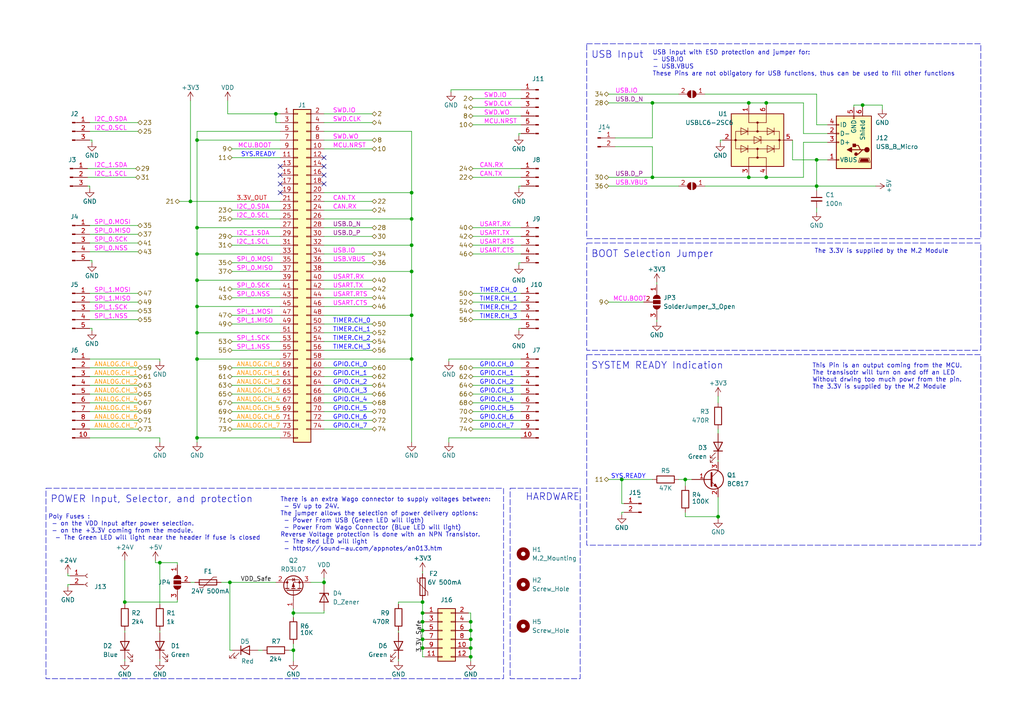
<source format=kicad_sch>
(kicad_sch (version 20230121) (generator eeschema)

  (uuid 287620b2-f802-47cb-a274-5e5f67182a6f)

  (paper "A4")

  

  (junction (at 119.38 104.14) (diameter 0) (color 0 0 0 0)
    (uuid 03bc5941-05f3-4412-8b04-a8db948940ff)
  )
  (junction (at 57.15 66.04) (diameter 0) (color 0 0 0 0)
    (uuid 06fe3394-a233-4c52-bcea-b483339363e4)
  )
  (junction (at 122.555 182.88) (diameter 0) (color 0 0 0 0)
    (uuid 08f98dad-34a5-43e8-96ba-f9dff0575b59)
  )
  (junction (at 122.555 174.625) (diameter 0) (color 0 0 0 0)
    (uuid 0dd02f93-c5db-431a-b3b7-fb3083267c57)
  )
  (junction (at 189.23 51.435) (diameter 0) (color 0 0 0 0)
    (uuid 0ef44d84-7769-41b2-ab50-9f9f9b01e6c9)
  )
  (junction (at 122.555 177.8) (diameter 0) (color 0 0 0 0)
    (uuid 0f546221-d9ee-4c6a-a7ce-22385c1a650b)
  )
  (junction (at 46.355 163.195) (diameter 0) (color 0 0 0 0)
    (uuid 20495e46-fe07-4180-ac70-4e3fa92c358c)
  )
  (junction (at 119.38 71.12) (diameter 0) (color 0 0 0 0)
    (uuid 34752695-2ac1-415a-9dc2-4ded0f275e14)
  )
  (junction (at 136.525 190.5) (diameter 0) (color 0 0 0 0)
    (uuid 36ef5a32-813e-48a2-96b4-abcdb9bac9fa)
  )
  (junction (at 119.38 55.88) (diameter 0) (color 0 0 0 0)
    (uuid 3bec3d87-8510-4cfa-a69f-fbb5aaeccd8c)
  )
  (junction (at 57.15 104.14) (diameter 0) (color 0 0 0 0)
    (uuid 3d481e76-07af-4dd3-807c-b16d018f1d17)
  )
  (junction (at 222.25 51.435) (diameter 0) (color 0 0 0 0)
    (uuid 3e645efa-4af2-4ede-8262-16f5d3f255d8)
  )
  (junction (at 222.25 29.845) (diameter 0) (color 0 0 0 0)
    (uuid 4004faa3-e2f3-474c-a6c7-b1627b9994a6)
  )
  (junction (at 180.34 139.065) (diameter 0) (color 0 0 0 0)
    (uuid 418e635c-52f4-4e9a-917a-7f1cdbbcbd2c)
  )
  (junction (at 57.15 88.9) (diameter 0) (color 0 0 0 0)
    (uuid 4352cf60-6469-444f-8349-8082f16459fe)
  )
  (junction (at 57.15 40.64) (diameter 0) (color 0 0 0 0)
    (uuid 4b4430fd-9e4d-4a82-bbc5-35a5d74545f3)
  )
  (junction (at 136.525 187.96) (diameter 0) (color 0 0 0 0)
    (uuid 507b5b56-ad08-42e0-9586-c51519115183)
  )
  (junction (at 122.555 180.34) (diameter 0) (color 0 0 0 0)
    (uuid 598ba84a-719a-4d13-b82c-51c3f5ce0e27)
  )
  (junction (at 80.01 33.02) (diameter 0) (color 0 0 0 0)
    (uuid 5cf9b606-a51a-4418-9f05-0834ae54ce11)
  )
  (junction (at 236.855 53.975) (diameter 0) (color 0 0 0 0)
    (uuid 6b5a593a-62f0-4834-9062-e50ca03b8398)
  )
  (junction (at 136.525 180.34) (diameter 0) (color 0 0 0 0)
    (uuid 7706f26e-4d72-4078-9bde-1d0005fa9fba)
  )
  (junction (at 236.855 46.355) (diameter 0) (color 0 0 0 0)
    (uuid 7841f356-378d-4c54-887c-0a979560f2e2)
  )
  (junction (at 189.23 29.845) (diameter 0) (color 0 0 0 0)
    (uuid 7c456a9c-6910-4c1b-9528-80215188f882)
  )
  (junction (at 119.38 63.5) (diameter 0) (color 0 0 0 0)
    (uuid 7ec0ba63-fa47-446b-bd7f-627193492a6b)
  )
  (junction (at 122.555 187.96) (diameter 0) (color 0 0 0 0)
    (uuid 80200109-5f59-4c4c-a305-a11b9e1d6ce5)
  )
  (junction (at 136.525 182.88) (diameter 0) (color 0 0 0 0)
    (uuid 84e486f1-b64e-43bb-ba5b-c0397509b3c6)
  )
  (junction (at 66.675 168.91) (diameter 0) (color 0 0 0 0)
    (uuid 8aa59915-aafd-4d7f-a5e4-4671a499c0f2)
  )
  (junction (at 57.15 96.52) (diameter 0) (color 0 0 0 0)
    (uuid 91c3ea84-45a7-4646-afff-781e5ac51ebf)
  )
  (junction (at 250.19 30.48) (diameter 0) (color 0 0 0 0)
    (uuid 94a32192-2a66-45d5-ae4f-e4919b330132)
  )
  (junction (at 85.09 177.8) (diameter 0) (color 0 0 0 0)
    (uuid 96d7127e-cfa0-4c76-9e21-2033df738100)
  )
  (junction (at 57.15 127) (diameter 0) (color 0 0 0 0)
    (uuid 97ca8d98-7279-4c0e-abcf-fc977103a22d)
  )
  (junction (at 119.38 78.74) (diameter 0) (color 0 0 0 0)
    (uuid 9a352623-8792-499d-acbc-290230df7b6d)
  )
  (junction (at 198.755 139.065) (diameter 0) (color 0 0 0 0)
    (uuid a74e62fd-3ed5-48ba-9357-91eca1867cd2)
  )
  (junction (at 36.195 174.625) (diameter 0) (color 0 0 0 0)
    (uuid a793d5af-f2f6-444d-a2b6-8cabba34d764)
  )
  (junction (at 93.98 168.91) (diameter 0) (color 0 0 0 0)
    (uuid abbe31d0-678d-4f4e-b472-9a6c419da11e)
  )
  (junction (at 57.15 81.28) (diameter 0) (color 0 0 0 0)
    (uuid abd45592-8e80-41dc-b3e8-ffe221184035)
  )
  (junction (at 55.245 58.42) (diameter 0) (color 0 0 0 0)
    (uuid b180f99c-c19d-4791-955a-d22b8868b0e4)
  )
  (junction (at 217.17 51.435) (diameter 0) (color 0 0 0 0)
    (uuid b26e8f3b-6061-46ad-a165-c8264aad0267)
  )
  (junction (at 217.17 29.845) (diameter 0) (color 0 0 0 0)
    (uuid bea6b3d4-c9ef-460a-af8b-174b848dabf3)
  )
  (junction (at 119.38 91.44) (diameter 0) (color 0 0 0 0)
    (uuid c21969e2-991d-4870-9a31-2f6f7316ac77)
  )
  (junction (at 85.09 188.595) (diameter 0) (color 0 0 0 0)
    (uuid eae1f8fe-f948-4a44-a3dd-607038614f58)
  )
  (junction (at 208.28 149.86) (diameter 0) (color 0 0 0 0)
    (uuid f0c99b94-a6db-422b-b809-6d6dca0b6787)
  )
  (junction (at 136.525 185.42) (diameter 0) (color 0 0 0 0)
    (uuid f3e4f201-1fe6-4fe6-84db-ade2bc667551)
  )
  (junction (at 122.555 185.42) (diameter 0) (color 0 0 0 0)
    (uuid fcf618bc-0493-4ed0-9287-788c6c156078)
  )
  (junction (at 57.15 73.66) (diameter 0) (color 0 0 0 0)
    (uuid ff97c671-ddc4-419b-bd49-a493d1c336a3)
  )

  (no_connect (at 81.28 53.34) (uuid 0fc17788-7608-467c-8347-d3cece51b6f6))
  (no_connect (at 93.98 48.26) (uuid 3348ac2b-4dd8-4d39-8f74-1b56b969babb))
  (no_connect (at 93.98 53.34) (uuid 37be9e6c-8315-4384-9644-2b095fa12460))
  (no_connect (at 81.28 48.26) (uuid 47c93ff6-8deb-4ef1-8c83-b20489a96b99))
  (no_connect (at 93.98 45.72) (uuid 518bd26d-f3b4-453a-b4b1-295bca96e817))
  (no_connect (at 93.98 50.8) (uuid 54cc443d-bcb1-4a5c-9eb7-3155c0b24a07))
  (no_connect (at 81.28 55.88) (uuid 825df4df-6381-4916-a790-dad65c45288e))
  (no_connect (at 81.28 50.8) (uuid a87e8778-9bd5-4eb6-a532-d375d7d25d6f))

  (wire (pts (xy 67.31 106.68) (xy 81.28 106.68))
    (stroke (width 0) (type default))
    (uuid 011e3250-f6d4-4687-921c-8c60b5799e3e)
  )
  (wire (pts (xy 135.89 190.5) (xy 136.525 190.5))
    (stroke (width 0) (type default))
    (uuid 019ef88a-b2c6-46f5-8111-8b9a37b9de50)
  )
  (wire (pts (xy 81.28 45.72) (xy 67.31 45.72))
    (stroke (width 0) (type default))
    (uuid 01c2332f-5674-4c88-8fed-5299646e6a8f)
  )
  (wire (pts (xy 93.98 106.68) (xy 107.95 106.68))
    (stroke (width 0) (type default))
    (uuid 02f9dac9-f1c9-485e-8206-a38dc02cbd4b)
  )
  (wire (pts (xy 40.005 92.71) (xy 26.035 92.71))
    (stroke (width 0) (type default))
    (uuid 03298a09-0c72-4be4-9f34-5ba337db4d0b)
  )
  (wire (pts (xy 107.95 60.96) (xy 93.98 60.96))
    (stroke (width 0) (type default))
    (uuid 0361e746-83fe-488f-8db1-b2e68e18ffd9)
  )
  (wire (pts (xy 236.855 36.195) (xy 240.03 36.195))
    (stroke (width 0) (type default))
    (uuid 05f04341-0f0b-4cb7-b96e-840a9ffff12d)
  )
  (wire (pts (xy 57.15 38.1) (xy 57.15 40.64))
    (stroke (width 0) (type default))
    (uuid 08aeddd8-8c6e-4a57-b3c1-3715ee7892fc)
  )
  (wire (pts (xy 67.31 121.92) (xy 81.28 121.92))
    (stroke (width 0) (type default))
    (uuid 0963f3da-568b-4476-8fac-3d3bc24fa944)
  )
  (wire (pts (xy 136.525 190.5) (xy 136.525 191.77))
    (stroke (width 0) (type default))
    (uuid 09aef8c7-4618-4b84-9d4f-a7cf68280e39)
  )
  (wire (pts (xy 180.975 148.59) (xy 180.34 148.59))
    (stroke (width 0) (type default))
    (uuid 0aa19b12-6810-4c22-bc70-66e94560caec)
  )
  (wire (pts (xy 189.23 51.435) (xy 217.17 51.435))
    (stroke (width 0) (type default))
    (uuid 0aa3e104-2b70-4ddb-b5b4-791a7b93e270)
  )
  (wire (pts (xy 93.98 111.76) (xy 107.95 111.76))
    (stroke (width 0) (type default))
    (uuid 0c8aeb49-266f-400f-8fe3-abd5619b9fb6)
  )
  (wire (pts (xy 119.38 104.14) (xy 119.38 128.27))
    (stroke (width 0) (type default))
    (uuid 0ce249f3-b26c-4ffb-873b-594b79199eae)
  )
  (wire (pts (xy 130.175 104.14) (xy 151.13 104.14))
    (stroke (width 0) (type default))
    (uuid 0f1fd879-aebe-4be8-be39-5fafefc151ab)
  )
  (wire (pts (xy 130.175 104.14) (xy 130.175 104.775))
    (stroke (width 0) (type default))
    (uuid 0f699d34-7ba8-4812-a2be-66cb8c111e3f)
  )
  (wire (pts (xy 136.525 185.42) (xy 136.525 187.96))
    (stroke (width 0) (type default))
    (uuid 0fb46bdc-45be-42a8-8d23-7493bd02c44c)
  )
  (wire (pts (xy 135.89 177.8) (xy 136.525 177.8))
    (stroke (width 0) (type default))
    (uuid 12f8c1d4-8900-49f7-b656-ef6e6bf5353e)
  )
  (wire (pts (xy 196.85 139.065) (xy 198.755 139.065))
    (stroke (width 0) (type default))
    (uuid 13d20911-783e-4933-b28d-d50cd857f7d3)
  )
  (wire (pts (xy 46.355 191.135) (xy 46.355 191.77))
    (stroke (width 0) (type default))
    (uuid 146c9300-d765-4c0f-9e77-3ba05af2ca49)
  )
  (wire (pts (xy 151.13 53.975) (xy 150.495 53.975))
    (stroke (width 0) (type default))
    (uuid 15564ff8-e5be-4627-a6d4-749e6b496656)
  )
  (wire (pts (xy 26.035 53.975) (xy 26.035 54.61))
    (stroke (width 0) (type default))
    (uuid 1b54f09a-a691-4f1a-a544-01541fb56bc3)
  )
  (wire (pts (xy 36.195 182.88) (xy 36.195 183.515))
    (stroke (width 0) (type default))
    (uuid 1b86ffe2-6a73-4d18-a576-701440de4bc3)
  )
  (wire (pts (xy 55.245 168.91) (xy 56.515 168.91))
    (stroke (width 0) (type default))
    (uuid 1df8407d-0c23-4f8f-81c6-6767e264c53e)
  )
  (wire (pts (xy 40.005 119.38) (xy 26.035 119.38))
    (stroke (width 0) (type default))
    (uuid 1e1d26f3-eb25-414c-9588-2bf8d74cbfa0)
  )
  (wire (pts (xy 51.435 174.625) (xy 51.435 173.99))
    (stroke (width 0) (type default))
    (uuid 1e50df7b-ab32-42a2-8b2b-b717241082d3)
  )
  (wire (pts (xy 80.01 33.02) (xy 81.28 33.02))
    (stroke (width 0) (type default))
    (uuid 1ed5247e-6b66-4863-9303-bb8e36ca95dd)
  )
  (wire (pts (xy 119.38 71.12) (xy 119.38 78.74))
    (stroke (width 0) (type default))
    (uuid 1f7f1ac5-6555-4e20-bd35-4c5b3f14bfe9)
  )
  (wire (pts (xy 40.005 90.17) (xy 26.035 90.17))
    (stroke (width 0) (type default))
    (uuid 2054a7c5-37ff-4831-83f7-9588319911c6)
  )
  (wire (pts (xy 130.175 127) (xy 130.175 128.27))
    (stroke (width 0) (type default))
    (uuid 2075a02b-1d1e-4945-b8a7-b231a13301f5)
  )
  (wire (pts (xy 67.31 71.12) (xy 81.28 71.12))
    (stroke (width 0) (type default))
    (uuid 21702380-0196-47bc-93b7-3e0c1f2af8e9)
  )
  (wire (pts (xy 222.25 29.845) (xy 233.045 29.845))
    (stroke (width 0) (type default))
    (uuid 21c8be7e-6cae-406f-b763-34b617d474c3)
  )
  (wire (pts (xy 180.975 146.05) (xy 180.34 146.05))
    (stroke (width 0) (type default))
    (uuid 220cfc87-3eda-4775-8fcf-359eaa9d674c)
  )
  (wire (pts (xy 40.005 73.025) (xy 26.035 73.025))
    (stroke (width 0) (type default))
    (uuid 22198154-dfac-4aea-9e59-442190fe8013)
  )
  (wire (pts (xy 236.855 53.975) (xy 236.855 55.245))
    (stroke (width 0) (type default))
    (uuid 23a1d2ea-44f5-45a2-a7ff-01a0408b3954)
  )
  (wire (pts (xy 136.525 180.34) (xy 136.525 182.88))
    (stroke (width 0) (type default))
    (uuid 245f5549-6186-4d2e-84b2-de03cfde5b1b)
  )
  (wire (pts (xy 85.09 188.595) (xy 85.09 191.77))
    (stroke (width 0) (type default))
    (uuid 24959d74-d000-4b9f-a9ee-58248d7ddfb3)
  )
  (wire (pts (xy 115.57 191.135) (xy 115.57 191.77))
    (stroke (width 0) (type default))
    (uuid 24974ab0-dcff-4d97-8375-f7204fb78b5b)
  )
  (wire (pts (xy 208.28 144.145) (xy 208.28 149.86))
    (stroke (width 0) (type default))
    (uuid 250afa60-1ed3-47ec-bf4c-3cf44394b596)
  )
  (wire (pts (xy 137.16 28.575) (xy 151.13 28.575))
    (stroke (width 0) (type default))
    (uuid 25aae41b-1a1d-4080-bad6-afd58c0c7fc4)
  )
  (wire (pts (xy 150.495 53.975) (xy 150.495 54.61))
    (stroke (width 0) (type default))
    (uuid 25f5929f-8222-4afa-b440-fa3b692dc7e1)
  )
  (wire (pts (xy 190.5 81.915) (xy 190.5 82.55))
    (stroke (width 0) (type default))
    (uuid 26442d6f-bad6-4032-a444-c83b760186ae)
  )
  (wire (pts (xy 80.01 33.02) (xy 80.01 35.56))
    (stroke (width 0) (type default))
    (uuid 26f5c5e9-5a07-4c08-b98f-359208ccfcec)
  )
  (wire (pts (xy 93.98 38.1) (xy 119.38 38.1))
    (stroke (width 0) (type default))
    (uuid 29648993-c0d0-4f20-8bd9-b15c5e7887c7)
  )
  (wire (pts (xy 40.005 111.76) (xy 26.035 111.76))
    (stroke (width 0) (type default))
    (uuid 29a61c64-d280-49aa-80c1-d568fa7ea9bf)
  )
  (wire (pts (xy 93.98 116.84) (xy 107.95 116.84))
    (stroke (width 0) (type default))
    (uuid 2b745bc2-1f01-4d7a-b3b1-480ffbaad805)
  )
  (wire (pts (xy 93.98 168.91) (xy 93.98 169.545))
    (stroke (width 0) (type default))
    (uuid 2baff1c1-f9b3-4431-81d2-a4decbd052ee)
  )
  (wire (pts (xy 122.555 190.5) (xy 123.19 190.5))
    (stroke (width 0) (type default))
    (uuid 2cde49b2-f5e5-46c5-ae24-ad30dbbb2d30)
  )
  (wire (pts (xy 204.47 27.305) (xy 236.855 27.305))
    (stroke (width 0) (type default))
    (uuid 2e8ce219-d804-48cf-9800-0237a7602888)
  )
  (wire (pts (xy 236.855 53.975) (xy 254 53.975))
    (stroke (width 0) (type default))
    (uuid 2ee95ca4-ab52-41a4-8e21-d09e54b273b5)
  )
  (wire (pts (xy 67.31 93.98) (xy 81.28 93.98))
    (stroke (width 0) (type default))
    (uuid 3113253e-d79a-4142-879e-4fb5f8c4f58a)
  )
  (wire (pts (xy 119.38 55.88) (xy 119.38 63.5))
    (stroke (width 0) (type default))
    (uuid 31c74aee-70bd-416e-9d71-abe28dbfb5cb)
  )
  (wire (pts (xy 46.355 163.195) (xy 46.355 175.26))
    (stroke (width 0) (type default))
    (uuid 32b8cdb8-53e7-4554-9129-181ed798ae1b)
  )
  (wire (pts (xy 93.98 43.18) (xy 107.95 43.18))
    (stroke (width 0) (type default))
    (uuid 332ada6d-97a3-4845-967c-652cca8bc8de)
  )
  (wire (pts (xy 57.15 73.66) (xy 57.15 81.28))
    (stroke (width 0) (type default))
    (uuid 334efed1-9758-44d7-a913-dc2bdbdccbd2)
  )
  (wire (pts (xy 36.195 162.56) (xy 36.195 174.625))
    (stroke (width 0) (type default))
    (uuid 33f204bf-33a8-4495-8450-5b5570499451)
  )
  (wire (pts (xy 240.03 46.355) (xy 236.855 46.355))
    (stroke (width 0) (type default))
    (uuid 358eb85c-fa0e-48a3-a114-170d468a3493)
  )
  (wire (pts (xy 40.005 109.22) (xy 26.035 109.22))
    (stroke (width 0) (type default))
    (uuid 363c027e-ce00-40e7-9d21-763600344747)
  )
  (wire (pts (xy 151.13 68.58) (xy 137.16 68.58))
    (stroke (width 0) (type default))
    (uuid 383ea48f-3c13-4a68-86f8-fce8017e2071)
  )
  (wire (pts (xy 151.13 116.84) (xy 137.16 116.84))
    (stroke (width 0) (type default))
    (uuid 3aab8869-a5ca-40ad-ae24-a2a7e6d60325)
  )
  (wire (pts (xy 222.25 51.435) (xy 233.045 51.435))
    (stroke (width 0) (type default))
    (uuid 3c0cd147-af88-4634-8886-dad82eff90ba)
  )
  (wire (pts (xy 93.98 63.5) (xy 119.38 63.5))
    (stroke (width 0) (type default))
    (uuid 3c115bff-895c-413a-b636-2461f329f4f4)
  )
  (wire (pts (xy 189.23 29.845) (xy 189.23 40.005))
    (stroke (width 0) (type default))
    (uuid 3c9dc066-057e-4f03-9f4a-f69bd62867d2)
  )
  (wire (pts (xy 93.98 93.98) (xy 107.95 93.98))
    (stroke (width 0) (type default))
    (uuid 3d98142a-e621-4a8b-9146-03f84600a5fa)
  )
  (wire (pts (xy 93.98 35.56) (xy 107.95 35.56))
    (stroke (width 0) (type default))
    (uuid 3de22ed7-6a55-4a67-b033-913b409b3915)
  )
  (wire (pts (xy 198.755 148.59) (xy 198.755 149.86))
    (stroke (width 0) (type default))
    (uuid 40236ff2-c5ec-45b2-b252-0ffb13f15091)
  )
  (wire (pts (xy 217.17 50.8) (xy 217.17 51.435))
    (stroke (width 0) (type default))
    (uuid 410ca8f4-9297-40d8-838d-e601edbcf0a6)
  )
  (wire (pts (xy 151.13 111.76) (xy 137.16 111.76))
    (stroke (width 0) (type default))
    (uuid 439bcc6b-b6f7-472e-a993-0807494bd8d8)
  )
  (wire (pts (xy 80.01 33.02) (xy 66.04 33.02))
    (stroke (width 0) (type default))
    (uuid 43d955a2-2b54-43ff-b85c-e8f12589f7d3)
  )
  (wire (pts (xy 93.98 124.46) (xy 107.95 124.46))
    (stroke (width 0) (type default))
    (uuid 45457fee-be34-441f-85bc-53e56937cb03)
  )
  (wire (pts (xy 40.005 38.1) (xy 26.035 38.1))
    (stroke (width 0) (type default))
    (uuid 4758b580-88d1-4879-a5ae-25ae7a48b09b)
  )
  (wire (pts (xy 93.98 114.3) (xy 107.95 114.3))
    (stroke (width 0) (type default))
    (uuid 4767c9b5-ee51-4157-a5e2-113fd4dca322)
  )
  (wire (pts (xy 67.31 101.6) (xy 81.28 101.6))
    (stroke (width 0) (type default))
    (uuid 485a2793-0792-4ef0-8c25-4ffe976156dd)
  )
  (wire (pts (xy 122.555 180.34) (xy 122.555 182.88))
    (stroke (width 0) (type default))
    (uuid 48739cc9-3521-4ebe-af64-a9303bb84ee9)
  )
  (wire (pts (xy 26.67 75.565) (xy 26.67 76.2))
    (stroke (width 0) (type default))
    (uuid 4a323679-a8a9-4669-a935-e99f3ce8041f)
  )
  (wire (pts (xy 93.98 71.12) (xy 119.38 71.12))
    (stroke (width 0) (type default))
    (uuid 4b05c51b-8c57-4d41-835f-44809f295f8e)
  )
  (wire (pts (xy 93.98 167.64) (xy 93.98 168.91))
    (stroke (width 0) (type default))
    (uuid 4b1dfc27-fef4-4f14-80d3-64f1c0ba3926)
  )
  (wire (pts (xy 93.98 33.02) (xy 107.95 33.02))
    (stroke (width 0) (type default))
    (uuid 4b27c627-d9b1-4321-b85a-12a1464a3aa7)
  )
  (wire (pts (xy 217.17 29.845) (xy 222.25 29.845))
    (stroke (width 0) (type default))
    (uuid 4c51170a-5ec5-4c72-a3d9-c92770b9128d)
  )
  (wire (pts (xy 189.23 29.845) (xy 217.17 29.845))
    (stroke (width 0) (type default))
    (uuid 4c61615a-01e9-4bdb-91c6-181eb538db36)
  )
  (wire (pts (xy 250.19 30.48) (xy 255.905 30.48))
    (stroke (width 0) (type default))
    (uuid 4ef45e33-513a-4b8c-8264-cfe5498ed81e)
  )
  (wire (pts (xy 93.98 104.14) (xy 119.38 104.14))
    (stroke (width 0) (type default))
    (uuid 4f0084f5-e624-433c-bb4c-d43cb6a1ae4b)
  )
  (wire (pts (xy 198.755 139.065) (xy 198.755 140.97))
    (stroke (width 0) (type default))
    (uuid 4fcc4d9d-0808-4036-9405-bb758e274c46)
  )
  (wire (pts (xy 208.28 124.46) (xy 208.28 125.73))
    (stroke (width 0) (type default))
    (uuid 51cfa8f8-a9aa-402f-ad52-86f095e41c8c)
  )
  (wire (pts (xy 208.28 114.935) (xy 208.28 116.84))
    (stroke (width 0) (type default))
    (uuid 52c1766f-1950-43fb-97ff-75bef3a3de42)
  )
  (wire (pts (xy 67.31 68.58) (xy 81.28 68.58))
    (stroke (width 0) (type default))
    (uuid 54635a26-ce6f-4e63-808e-b170bd3d89cb)
  )
  (wire (pts (xy 255.905 30.48) (xy 255.905 31.75))
    (stroke (width 0) (type default))
    (uuid 54a8dec4-c4b6-45c8-9a08-e4a6d851a023)
  )
  (wire (pts (xy 26.035 104.14) (xy 46.355 104.14))
    (stroke (width 0) (type default))
    (uuid 569d62be-e839-4f5a-9916-afe304e6b6bb)
  )
  (wire (pts (xy 67.31 114.3) (xy 81.28 114.3))
    (stroke (width 0) (type default))
    (uuid 592dd281-1b1d-4343-95b5-a2566c61d871)
  )
  (wire (pts (xy 151.13 87.63) (xy 137.16 87.63))
    (stroke (width 0) (type default))
    (uuid 59e07091-5fd4-4d99-b9c7-5c6af1f34463)
  )
  (wire (pts (xy 40.005 124.46) (xy 26.035 124.46))
    (stroke (width 0) (type default))
    (uuid 5ab2dbe5-5c34-4af5-ac59-dded085d78c8)
  )
  (wire (pts (xy 39.37 48.895) (xy 25.4 48.895))
    (stroke (width 0) (type default))
    (uuid 5b09c0c1-9376-42da-9d1f-1a1c6f8bf6c6)
  )
  (wire (pts (xy 236.855 27.305) (xy 236.855 36.195))
    (stroke (width 0) (type default))
    (uuid 5b807b4c-fe54-414e-9f4c-77bd5493290e)
  )
  (wire (pts (xy 151.13 76.2) (xy 150.495 76.2))
    (stroke (width 0) (type default))
    (uuid 5ba8c6c3-28e9-4ea6-8d39-2a9298566a08)
  )
  (wire (pts (xy 66.675 168.91) (xy 80.01 168.91))
    (stroke (width 0) (type default))
    (uuid 5c3359e0-07f6-467a-851a-301a56fd14c7)
  )
  (wire (pts (xy 46.355 163.195) (xy 51.435 163.195))
    (stroke (width 0) (type default))
    (uuid 5c9f99fd-6dc8-4dd8-ac77-3d5bec931926)
  )
  (wire (pts (xy 45.085 163.195) (xy 45.085 162.56))
    (stroke (width 0) (type default))
    (uuid 5d6ed156-751c-4b7e-9272-17d344fa6785)
  )
  (wire (pts (xy 67.31 188.595) (xy 66.675 188.595))
    (stroke (width 0) (type default))
    (uuid 5d89cc90-cf73-4d02-8400-a24a26d1281b)
  )
  (wire (pts (xy 150.495 95.25) (xy 150.495 95.885))
    (stroke (width 0) (type default))
    (uuid 5d99f32e-2d67-4801-8be5-9aeb14aa7476)
  )
  (wire (pts (xy 135.89 180.34) (xy 136.525 180.34))
    (stroke (width 0) (type default))
    (uuid 5e50cec2-a357-4a88-bd0f-a568377ddb48)
  )
  (wire (pts (xy 93.98 91.44) (xy 119.38 91.44))
    (stroke (width 0) (type default))
    (uuid 5ef7576a-3a44-4f1d-b5b6-eb9cc42f489b)
  )
  (wire (pts (xy 26.035 95.25) (xy 26.67 95.25))
    (stroke (width 0) (type default))
    (uuid 603f699a-b811-4e58-b864-4d5ba9afb385)
  )
  (wire (pts (xy 176.53 29.845) (xy 189.23 29.845))
    (stroke (width 0) (type default))
    (uuid 61116c14-0a52-4472-ac95-1e5cb86ce95c)
  )
  (wire (pts (xy 19.685 167.005) (xy 20.32 167.005))
    (stroke (width 0) (type default))
    (uuid 6135e044-8906-4159-b552-37d283ea8911)
  )
  (wire (pts (xy 217.17 51.435) (xy 222.25 51.435))
    (stroke (width 0) (type default))
    (uuid 615dcc0b-ad3e-45cd-bf12-054f554bccb3)
  )
  (wire (pts (xy 55.245 29.21) (xy 55.245 58.42))
    (stroke (width 0) (type default))
    (uuid 61623cc0-6e3d-402a-ad67-722beb3040df)
  )
  (wire (pts (xy 19.685 166.37) (xy 19.685 167.005))
    (stroke (width 0) (type default))
    (uuid 6190747d-9771-461f-8718-128342967a26)
  )
  (wire (pts (xy 67.31 83.82) (xy 81.28 83.82))
    (stroke (width 0) (type default))
    (uuid 61c12dc6-60cb-455c-af00-21f87d6d89f7)
  )
  (wire (pts (xy 119.38 78.74) (xy 119.38 91.44))
    (stroke (width 0) (type default))
    (uuid 62ea4c6c-2573-4795-89a6-2103d747b094)
  )
  (wire (pts (xy 45.085 163.195) (xy 46.355 163.195))
    (stroke (width 0) (type default))
    (uuid 62ee8b4d-09e6-4167-9467-7c2fc9c0098e)
  )
  (wire (pts (xy 57.15 88.9) (xy 57.15 96.52))
    (stroke (width 0) (type default))
    (uuid 63cb2926-6ac4-486f-8063-aa111c381890)
  )
  (wire (pts (xy 52.07 58.42) (xy 55.245 58.42))
    (stroke (width 0) (type default))
    (uuid 653ac976-afa1-4e9f-a0df-6b4d94bc9be9)
  )
  (wire (pts (xy 176.53 139.065) (xy 180.34 139.065))
    (stroke (width 0) (type default))
    (uuid 6558c83b-b212-4528-abb6-a7a849be6c2d)
  )
  (wire (pts (xy 57.15 73.66) (xy 81.28 73.66))
    (stroke (width 0) (type default))
    (uuid 66231299-972c-4932-abf7-b8e03468d93d)
  )
  (wire (pts (xy 119.38 63.5) (xy 119.38 71.12))
    (stroke (width 0) (type default))
    (uuid 662adc3c-4e3e-487a-a94d-1d87c549d6bc)
  )
  (wire (pts (xy 57.15 96.52) (xy 81.28 96.52))
    (stroke (width 0) (type default))
    (uuid 6864d2ae-7d00-4bb0-9feb-566dae0854fd)
  )
  (wire (pts (xy 57.15 128.27) (xy 57.15 127))
    (stroke (width 0) (type default))
    (uuid 694d1013-d9ab-465f-b041-736a93b63119)
  )
  (wire (pts (xy 198.755 139.065) (xy 200.66 139.065))
    (stroke (width 0) (type default))
    (uuid 6bcffef1-c909-47f1-97b0-e370286d1258)
  )
  (wire (pts (xy 119.38 38.1) (xy 119.38 55.88))
    (stroke (width 0) (type default))
    (uuid 6cbda77b-8776-4579-aa02-cc4c3afabe39)
  )
  (wire (pts (xy 180.34 139.065) (xy 189.23 139.065))
    (stroke (width 0) (type default))
    (uuid 6ceb242e-df3f-489d-ae2a-a213a4961290)
  )
  (wire (pts (xy 93.98 177.165) (xy 93.98 177.8))
    (stroke (width 0) (type default))
    (uuid 6dbdcb34-e56e-449b-a9e5-dca44b1e58f0)
  )
  (wire (pts (xy 189.23 42.545) (xy 189.23 51.435))
    (stroke (width 0) (type default))
    (uuid 6e3042e4-567a-490a-8259-541e88b0e43e)
  )
  (wire (pts (xy 151.13 92.71) (xy 137.16 92.71))
    (stroke (width 0) (type default))
    (uuid 6f1dd8bb-abb7-4cf3-837b-c5934104d08a)
  )
  (wire (pts (xy 151.13 127) (xy 130.175 127))
    (stroke (width 0) (type default))
    (uuid 6f9c0381-3391-4875-9203-7d0d58b2529c)
  )
  (wire (pts (xy 36.195 174.625) (xy 36.195 175.26))
    (stroke (width 0) (type default))
    (uuid 70197a42-72c2-4b9c-a542-a8d54d3649af)
  )
  (wire (pts (xy 222.25 30.48) (xy 222.25 29.845))
    (stroke (width 0) (type default))
    (uuid 7123ca4c-e049-412b-b5b8-18144bbf5bc5)
  )
  (wire (pts (xy 150.495 95.25) (xy 151.13 95.25))
    (stroke (width 0) (type default))
    (uuid 71494463-96be-49bc-a065-cb70807a6415)
  )
  (wire (pts (xy 208.28 149.86) (xy 208.28 150.495))
    (stroke (width 0) (type default))
    (uuid 7165c0d5-3aaa-4804-a5df-c252c1a2e027)
  )
  (wire (pts (xy 67.31 119.38) (xy 81.28 119.38))
    (stroke (width 0) (type default))
    (uuid 72b550e3-6cf0-4884-8cda-127fab5a27e7)
  )
  (wire (pts (xy 137.16 51.435) (xy 151.13 51.435))
    (stroke (width 0) (type default))
    (uuid 72b94a65-0933-475f-959d-c4816786be11)
  )
  (wire (pts (xy 26.67 95.25) (xy 26.67 95.885))
    (stroke (width 0) (type default))
    (uuid 72dde731-ee9a-466e-992e-ade71c885451)
  )
  (wire (pts (xy 36.195 174.625) (xy 51.435 174.625))
    (stroke (width 0) (type default))
    (uuid 74030fd4-e21b-4a87-8dcd-004481e93c8e)
  )
  (wire (pts (xy 190.5 92.71) (xy 190.5 93.345))
    (stroke (width 0) (type default))
    (uuid 74f724c5-8288-413f-8be8-5793d136638e)
  )
  (wire (pts (xy 40.005 121.92) (xy 26.035 121.92))
    (stroke (width 0) (type default))
    (uuid 76004e54-08d5-456a-b434-78526d4bf1be)
  )
  (wire (pts (xy 233.045 41.275) (xy 233.045 51.435))
    (stroke (width 0) (type default))
    (uuid 76350a7e-0e18-49c2-a864-b076f6bd9a62)
  )
  (wire (pts (xy 76.2 188.595) (xy 74.93 188.595))
    (stroke (width 0) (type default))
    (uuid 7738efe0-cd6a-41ab-b2bd-d4647c93319e)
  )
  (wire (pts (xy 57.15 66.04) (xy 57.15 73.66))
    (stroke (width 0) (type default))
    (uuid 778df221-5bda-4080-8ab6-4eb0a028af68)
  )
  (wire (pts (xy 122.555 173.99) (xy 122.555 174.625))
    (stroke (width 0) (type default))
    (uuid 786d7dac-985a-499c-b0b3-d3fd4f327d3a)
  )
  (wire (pts (xy 67.31 111.76) (xy 81.28 111.76))
    (stroke (width 0) (type default))
    (uuid 7aa575ea-6119-436e-be1d-bce5c66040df)
  )
  (wire (pts (xy 67.31 116.84) (xy 81.28 116.84))
    (stroke (width 0) (type default))
    (uuid 7adf0946-a812-4196-bc14-c5c1a3bb9590)
  )
  (wire (pts (xy 40.005 35.56) (xy 26.035 35.56))
    (stroke (width 0) (type default))
    (uuid 7b1ca831-23e4-4eb7-babb-7a72f1300716)
  )
  (wire (pts (xy 40.005 67.945) (xy 26.035 67.945))
    (stroke (width 0) (type default))
    (uuid 7b6ccd53-7e79-43c0-88c9-a47212e2955f)
  )
  (wire (pts (xy 93.98 86.36) (xy 107.95 86.36))
    (stroke (width 0) (type default))
    (uuid 7c35dea6-a805-4f27-b559-f3674278e37a)
  )
  (wire (pts (xy 67.31 76.2) (xy 81.28 76.2))
    (stroke (width 0) (type default))
    (uuid 7cd9f779-2ea7-4515-9320-01bad5b22aca)
  )
  (wire (pts (xy 40.005 106.68) (xy 26.035 106.68))
    (stroke (width 0) (type default))
    (uuid 7e498420-9634-49cf-ab35-e51f10c4d2e6)
  )
  (wire (pts (xy 67.31 99.06) (xy 81.28 99.06))
    (stroke (width 0) (type default))
    (uuid 7fc9a325-804c-475b-a869-0a47abb02915)
  )
  (wire (pts (xy 178.435 42.545) (xy 189.23 42.545))
    (stroke (width 0) (type default))
    (uuid 801e317f-55fc-415e-8046-eb35b97ca783)
  )
  (wire (pts (xy 85.09 186.69) (xy 85.09 188.595))
    (stroke (width 0) (type default))
    (uuid 805b6128-ace2-46aa-8248-6b05982789a6)
  )
  (wire (pts (xy 178.435 40.005) (xy 189.23 40.005))
    (stroke (width 0) (type default))
    (uuid 810a7ee0-9c16-4c6e-a994-bab091667a61)
  )
  (wire (pts (xy 40.005 114.3) (xy 26.035 114.3))
    (stroke (width 0) (type default))
    (uuid 82c1608f-c654-474f-a291-f380460afb3f)
  )
  (wire (pts (xy 107.95 66.04) (xy 93.98 66.04))
    (stroke (width 0) (type default))
    (uuid 83f640e2-62ad-4357-a164-e03a4f71f676)
  )
  (wire (pts (xy 57.15 127) (xy 81.28 127))
    (stroke (width 0) (type default))
    (uuid 841e1656-3caf-4a67-92bd-5b865aa1b0c8)
  )
  (wire (pts (xy 85.09 176.53) (xy 85.09 177.8))
    (stroke (width 0) (type default))
    (uuid 848d1f46-a71f-43de-92bb-3ea830216459)
  )
  (wire (pts (xy 93.98 88.9) (xy 107.95 88.9))
    (stroke (width 0) (type default))
    (uuid 86da2412-4cee-45fe-9f80-82075ad816f9)
  )
  (wire (pts (xy 93.98 119.38) (xy 107.95 119.38))
    (stroke (width 0) (type default))
    (uuid 871d08cf-8bf5-4069-907d-294391320f64)
  )
  (wire (pts (xy 150.495 38.735) (xy 151.13 38.735))
    (stroke (width 0) (type default))
    (uuid 87295b09-fc1b-4c2d-bce0-18a4b1735aa5)
  )
  (wire (pts (xy 26.035 127) (xy 46.355 127))
    (stroke (width 0) (type default))
    (uuid 890cc931-5e27-4738-bf11-ce4909858e8f)
  )
  (wire (pts (xy 67.31 78.74) (xy 81.28 78.74))
    (stroke (width 0) (type default))
    (uuid 8971f495-ebba-497e-88c2-27686d61cd6d)
  )
  (wire (pts (xy 122.555 187.96) (xy 123.19 187.96))
    (stroke (width 0) (type default))
    (uuid 89f8f085-2c4a-4f91-b551-8ba89881cab2)
  )
  (wire (pts (xy 55.245 58.42) (xy 81.28 58.42))
    (stroke (width 0) (type default))
    (uuid 8b9cb721-4bc2-4fdf-94d8-1e89454ab79d)
  )
  (wire (pts (xy 135.89 185.42) (xy 136.525 185.42))
    (stroke (width 0) (type default))
    (uuid 8bf1a991-74ef-48d8-8150-e45a48c583ed)
  )
  (wire (pts (xy 46.355 182.88) (xy 46.355 183.515))
    (stroke (width 0) (type default))
    (uuid 8c6846b9-97e7-4695-b0af-fcf795e6aeb5)
  )
  (wire (pts (xy 85.09 177.8) (xy 85.09 179.07))
    (stroke (width 0) (type default))
    (uuid 8d8e0e3d-7ae0-4adb-a20f-72132eb9c9eb)
  )
  (wire (pts (xy 40.005 87.63) (xy 26.035 87.63))
    (stroke (width 0) (type default))
    (uuid 8d9ec40f-3af4-432e-9b41-2b5bd32e1bf7)
  )
  (wire (pts (xy 26.67 40.64) (xy 26.67 41.275))
    (stroke (width 0) (type default))
    (uuid 903d7890-3811-4959-9684-8595f7ce0bdf)
  )
  (wire (pts (xy 93.98 101.6) (xy 107.95 101.6))
    (stroke (width 0) (type default))
    (uuid 9068e7e9-5062-4627-8975-93bdd7ebc9dc)
  )
  (wire (pts (xy 233.045 29.845) (xy 233.045 38.735))
    (stroke (width 0) (type default))
    (uuid 906fb95c-020c-4995-bff3-1a9c560c88b3)
  )
  (wire (pts (xy 83.82 188.595) (xy 85.09 188.595))
    (stroke (width 0) (type default))
    (uuid 9113f399-7aa4-4dcd-b497-a2b34331cf08)
  )
  (wire (pts (xy 67.31 109.22) (xy 81.28 109.22))
    (stroke (width 0) (type default))
    (uuid 919ab852-da65-4e58-9a6b-73eaa121b02a)
  )
  (wire (pts (xy 67.31 86.36) (xy 81.28 86.36))
    (stroke (width 0) (type default))
    (uuid 93587ed0-00ea-48ef-a4b4-ddfac95febb6)
  )
  (wire (pts (xy 66.675 168.91) (xy 66.675 188.595))
    (stroke (width 0) (type default))
    (uuid 93b5b367-f9f0-4e10-9f40-d498e2c6a219)
  )
  (wire (pts (xy 57.15 40.64) (xy 57.15 66.04))
    (stroke (width 0) (type default))
    (uuid 94b48320-4efa-4e77-aa9f-a18d08a6c34b)
  )
  (wire (pts (xy 229.87 46.355) (xy 229.87 40.64))
    (stroke (width 0) (type default))
    (uuid 99491061-ce97-4a2a-81bf-212787b00f48)
  )
  (wire (pts (xy 67.31 124.46) (xy 81.28 124.46))
    (stroke (width 0) (type default))
    (uuid 9a545196-3079-466a-9c2b-c8c792b1d6b8)
  )
  (wire (pts (xy 40.005 70.485) (xy 26.035 70.485))
    (stroke (width 0) (type default))
    (uuid 9aab6d06-f266-4b78-beaf-268112a61495)
  )
  (wire (pts (xy 57.15 96.52) (xy 57.15 104.14))
    (stroke (width 0) (type default))
    (uuid 9b0cf026-99c0-41bc-a9d2-be384e25f485)
  )
  (wire (pts (xy 40.005 65.405) (xy 26.035 65.405))
    (stroke (width 0) (type default))
    (uuid 9b677f5b-ad77-46e1-a5ff-0e1b222b7fd0)
  )
  (wire (pts (xy 176.53 51.435) (xy 189.23 51.435))
    (stroke (width 0) (type default))
    (uuid 9d67963d-09ba-4698-b45b-10f0e70bc7b3)
  )
  (wire (pts (xy 208.28 133.35) (xy 208.28 133.985))
    (stroke (width 0) (type default))
    (uuid 9e676b1a-3a15-4c7a-afa3-25d1d7bdeb5a)
  )
  (wire (pts (xy 136.525 182.88) (xy 136.525 185.42))
    (stroke (width 0) (type default))
    (uuid 9f5e8bbe-2a7b-4430-8b2e-2a5ead7b48e3)
  )
  (wire (pts (xy 57.15 81.28) (xy 57.15 88.9))
    (stroke (width 0) (type default))
    (uuid 9f6247a0-02cd-4bad-81cf-c767ebe45ffe)
  )
  (wire (pts (xy 46.355 127) (xy 46.355 128.27))
    (stroke (width 0) (type default))
    (uuid a0cb6d45-c797-488d-b879-9957771e9ee8)
  )
  (wire (pts (xy 122.555 182.88) (xy 122.555 185.42))
    (stroke (width 0) (type default))
    (uuid a0e7d710-574e-4c56-b489-38d29150b180)
  )
  (wire (pts (xy 93.98 177.8) (xy 85.09 177.8))
    (stroke (width 0) (type default))
    (uuid a249ac32-6867-40e7-942a-c39a99ecc9bf)
  )
  (wire (pts (xy 115.57 182.88) (xy 115.57 183.515))
    (stroke (width 0) (type default))
    (uuid a522c232-d4cb-40fe-8a81-d6d11f5835bc)
  )
  (wire (pts (xy 136.525 177.8) (xy 136.525 180.34))
    (stroke (width 0) (type default))
    (uuid a63f2e8f-34ce-4930-8ad5-57a9b25e10c2)
  )
  (wire (pts (xy 122.555 165.735) (xy 122.555 166.37))
    (stroke (width 0) (type default))
    (uuid a65d4621-004d-47bc-9713-c038483de1aa)
  )
  (wire (pts (xy 151.13 106.68) (xy 137.16 106.68))
    (stroke (width 0) (type default))
    (uuid ac8b5386-9a3b-40f5-a7f2-6ed39153b800)
  )
  (wire (pts (xy 122.555 182.88) (xy 123.19 182.88))
    (stroke (width 0) (type default))
    (uuid acedf0cb-2578-4dd4-9444-937984419952)
  )
  (wire (pts (xy 198.755 149.86) (xy 208.28 149.86))
    (stroke (width 0) (type default))
    (uuid ad05f487-fbab-42a5-a549-4a988c33d42b)
  )
  (wire (pts (xy 137.16 36.195) (xy 151.13 36.195))
    (stroke (width 0) (type default))
    (uuid adeea043-2c29-47b1-a011-efcd4ffb55f7)
  )
  (wire (pts (xy 176.53 27.305) (xy 196.85 27.305))
    (stroke (width 0) (type default))
    (uuid af2c4bfd-af41-4210-8989-6d4265a85392)
  )
  (wire (pts (xy 57.15 104.14) (xy 81.28 104.14))
    (stroke (width 0) (type default))
    (uuid b1a88da0-1bda-429a-b185-28ae22736cde)
  )
  (wire (pts (xy 137.16 31.115) (xy 151.13 31.115))
    (stroke (width 0) (type default))
    (uuid b2be7b71-cfb6-4c8d-8aa2-608f7461fd67)
  )
  (wire (pts (xy 250.19 30.48) (xy 250.19 31.115))
    (stroke (width 0) (type default))
    (uuid b42610f6-4263-46fb-955c-4ea03c78583d)
  )
  (wire (pts (xy 67.31 60.96) (xy 81.28 60.96))
    (stroke (width 0) (type default))
    (uuid b4364004-39a5-4b58-8b03-e2d5aea5e005)
  )
  (wire (pts (xy 93.98 99.06) (xy 107.95 99.06))
    (stroke (width 0) (type default))
    (uuid b536c140-bdd1-4d75-803f-89b3db31b29c)
  )
  (wire (pts (xy 81.28 35.56) (xy 80.01 35.56))
    (stroke (width 0) (type default))
    (uuid b6466e3f-562b-47ca-ba2a-83500e0da6c9)
  )
  (wire (pts (xy 93.98 96.52) (xy 107.95 96.52))
    (stroke (width 0) (type default))
    (uuid b7de2bdf-fb88-46fc-b189-ee0917bf77cd)
  )
  (wire (pts (xy 107.95 58.42) (xy 93.98 58.42))
    (stroke (width 0) (type default))
    (uuid b82ec9a5-2acf-43ed-93eb-bd1cbc13601b)
  )
  (wire (pts (xy 57.15 104.14) (xy 57.15 127))
    (stroke (width 0) (type default))
    (uuid b995c8bf-56e8-4f38-9ba1-f2c86495eb4c)
  )
  (wire (pts (xy 57.15 40.64) (xy 81.28 40.64))
    (stroke (width 0) (type default))
    (uuid b9a18b48-6a04-45a4-a184-d69d5db579aa)
  )
  (wire (pts (xy 151.13 119.38) (xy 137.16 119.38))
    (stroke (width 0) (type default))
    (uuid b9fb83d4-5fd1-4a75-a80f-3c3f900aac91)
  )
  (wire (pts (xy 26.035 40.64) (xy 26.67 40.64))
    (stroke (width 0) (type default))
    (uuid bad8dd66-ca52-457f-af33-d0b5d78206d6)
  )
  (wire (pts (xy 151.13 85.09) (xy 137.16 85.09))
    (stroke (width 0) (type default))
    (uuid bb317e25-d22a-4253-93c4-e1bb3a4813f3)
  )
  (wire (pts (xy 93.98 40.64) (xy 107.95 40.64))
    (stroke (width 0) (type default))
    (uuid bb5ec5da-dc2f-4e1d-a748-cdae71937218)
  )
  (wire (pts (xy 40.005 85.09) (xy 26.035 85.09))
    (stroke (width 0) (type default))
    (uuid bb9beeb7-5383-49df-b22e-1b73d6811df1)
  )
  (wire (pts (xy 151.13 71.12) (xy 137.16 71.12))
    (stroke (width 0) (type default))
    (uuid be0c8d3a-0252-4425-89e3-cb23a351f17d)
  )
  (wire (pts (xy 51.435 163.195) (xy 51.435 163.83))
    (stroke (width 0) (type default))
    (uuid be38e5ee-929e-4c59-b11f-321656c233de)
  )
  (wire (pts (xy 122.555 177.8) (xy 122.555 180.34))
    (stroke (width 0) (type default))
    (uuid be43e6d4-833a-411f-901d-a501a66f9c13)
  )
  (wire (pts (xy 208.915 41.275) (xy 208.915 40.64))
    (stroke (width 0) (type default))
    (uuid bed981a1-01ab-47d0-a750-61418927ef53)
  )
  (wire (pts (xy 217.17 29.845) (xy 217.17 30.48))
    (stroke (width 0) (type default))
    (uuid c09b6b0f-8a86-417c-8627-1fb4bfa7e223)
  )
  (wire (pts (xy 130.81 26.035) (xy 151.13 26.035))
    (stroke (width 0) (type default))
    (uuid c199f0cb-c633-43bb-b792-9fd4b47519d2)
  )
  (wire (pts (xy 151.13 114.3) (xy 137.16 114.3))
    (stroke (width 0) (type default))
    (uuid c303c7a4-723b-45af-a769-103d6d6bee71)
  )
  (wire (pts (xy 135.89 187.96) (xy 136.525 187.96))
    (stroke (width 0) (type default))
    (uuid c347d57b-7ec6-4ac9-80b9-cd9e37098641)
  )
  (wire (pts (xy 107.95 68.58) (xy 93.98 68.58))
    (stroke (width 0) (type default))
    (uuid c3bcffa0-4c47-44a3-b370-54b2fdcfccaa)
  )
  (wire (pts (xy 64.135 168.91) (xy 66.675 168.91))
    (stroke (width 0) (type default))
    (uuid c52c0020-e13a-475c-a9f4-fc27b8a98531)
  )
  (wire (pts (xy 57.15 88.9) (xy 81.28 88.9))
    (stroke (width 0) (type default))
    (uuid c5b0f2c3-9e31-4b35-9076-067d70fd5bd7)
  )
  (wire (pts (xy 247.65 30.48) (xy 250.19 30.48))
    (stroke (width 0) (type default))
    (uuid c5c19f67-4041-4901-861c-7e495b224a29)
  )
  (wire (pts (xy 122.555 187.96) (xy 122.555 190.5))
    (stroke (width 0) (type default))
    (uuid ca441889-467d-482a-b78f-a7d1dbb2d214)
  )
  (wire (pts (xy 46.355 104.14) (xy 46.355 104.775))
    (stroke (width 0) (type default))
    (uuid cb8378b1-8d90-4030-8312-dcb5c0800bae)
  )
  (wire (pts (xy 233.045 41.275) (xy 240.03 41.275))
    (stroke (width 0) (type default))
    (uuid cc2a81ca-f531-41d8-aeb8-144beb706575)
  )
  (wire (pts (xy 130.81 26.67) (xy 130.81 26.035))
    (stroke (width 0) (type default))
    (uuid cdfd4a06-27ce-4f14-9a3e-d659572652da)
  )
  (wire (pts (xy 247.65 30.48) (xy 247.65 31.115))
    (stroke (width 0) (type default))
    (uuid cede707f-67ef-4281-89dc-5706a2910208)
  )
  (wire (pts (xy 107.95 76.2) (xy 93.98 76.2))
    (stroke (width 0) (type default))
    (uuid d072f4f5-30a0-4192-a5ab-188951d33e65)
  )
  (wire (pts (xy 151.13 90.17) (xy 137.16 90.17))
    (stroke (width 0) (type default))
    (uuid d1e34fe5-75a7-4013-aa95-96e46dac757a)
  )
  (wire (pts (xy 19.685 169.545) (xy 20.32 169.545))
    (stroke (width 0) (type default))
    (uuid d20d533b-397e-408a-9bda-dca28ac3c0cf)
  )
  (wire (pts (xy 176.53 53.975) (xy 196.85 53.975))
    (stroke (width 0) (type default))
    (uuid d38834ba-79a8-42b0-b8c8-39d4e12bb580)
  )
  (wire (pts (xy 150.495 39.37) (xy 150.495 38.735))
    (stroke (width 0) (type default))
    (uuid d4168af4-231f-4d7f-b390-0feed1c177eb)
  )
  (wire (pts (xy 137.16 33.655) (xy 151.13 33.655))
    (stroke (width 0) (type default))
    (uuid d60c757f-3bef-48a2-927c-2ba33ece0184)
  )
  (wire (pts (xy 57.15 81.28) (xy 81.28 81.28))
    (stroke (width 0) (type default))
    (uuid d6428f6d-0151-4c0c-ac4c-df9ae397b770)
  )
  (wire (pts (xy 135.89 182.88) (xy 136.525 182.88))
    (stroke (width 0) (type default))
    (uuid d6a0f9d3-caa4-4721-8503-4dd8725bcd18)
  )
  (wire (pts (xy 93.98 83.82) (xy 107.95 83.82))
    (stroke (width 0) (type default))
    (uuid dab2c878-245a-47ae-b6c0-c7f73fcd1323)
  )
  (wire (pts (xy 26.035 75.565) (xy 26.67 75.565))
    (stroke (width 0) (type default))
    (uuid db073d6e-b380-43c8-8534-e784c71ce1f0)
  )
  (wire (pts (xy 151.13 66.04) (xy 137.16 66.04))
    (stroke (width 0) (type default))
    (uuid db7b9840-a929-4f3f-a5ad-2a57beb557f0)
  )
  (wire (pts (xy 115.57 174.625) (xy 122.555 174.625))
    (stroke (width 0) (type default))
    (uuid dc20b571-5012-4c20-9240-4c3741ced4c6)
  )
  (wire (pts (xy 136.525 187.96) (xy 136.525 190.5))
    (stroke (width 0) (type default))
    (uuid dc22bfb0-014e-446e-893b-92c7a1ceab30)
  )
  (wire (pts (xy 93.98 81.28) (xy 107.95 81.28))
    (stroke (width 0) (type default))
    (uuid dc99f7f9-0101-4f6a-8a9b-2d022416cffc)
  )
  (wire (pts (xy 151.13 73.66) (xy 137.16 73.66))
    (stroke (width 0) (type default))
    (uuid dcb092a1-f113-49e1-83bf-7b1de632e372)
  )
  (wire (pts (xy 180.34 148.59) (xy 180.34 149.225))
    (stroke (width 0) (type default))
    (uuid dcb47152-e930-41a5-aa8d-808f34839b54)
  )
  (wire (pts (xy 67.31 91.44) (xy 81.28 91.44))
    (stroke (width 0) (type default))
    (uuid dcb7a23a-a0a5-49c7-892d-14fbd9bf59b4)
  )
  (wire (pts (xy 236.855 46.355) (xy 229.87 46.355))
    (stroke (width 0) (type default))
    (uuid deccb830-66ff-4a5d-a971-a869e7c5400d)
  )
  (wire (pts (xy 150.495 76.2) (xy 150.495 76.835))
    (stroke (width 0) (type default))
    (uuid e044d770-b4b3-462f-8eac-8ec89630c58f)
  )
  (wire (pts (xy 107.95 73.66) (xy 93.98 73.66))
    (stroke (width 0) (type default))
    (uuid e04ff192-eda5-41f3-8b3c-5040089378b0)
  )
  (wire (pts (xy 81.28 43.18) (xy 67.31 43.18))
    (stroke (width 0) (type default))
    (uuid e198277e-f557-459a-b00a-325cea313e12)
  )
  (wire (pts (xy 151.13 109.22) (xy 137.16 109.22))
    (stroke (width 0) (type default))
    (uuid e1ffb9e1-6d8d-40c7-b939-f0ef1c1c228f)
  )
  (wire (pts (xy 93.98 109.22) (xy 107.95 109.22))
    (stroke (width 0) (type default))
    (uuid e2216d5d-ea55-4b55-bb89-a97d67e0dfb7)
  )
  (wire (pts (xy 122.555 180.34) (xy 123.19 180.34))
    (stroke (width 0) (type default))
    (uuid e265dbd0-39b0-485a-ad71-48b2cbae95ed)
  )
  (wire (pts (xy 122.555 185.42) (xy 123.19 185.42))
    (stroke (width 0) (type default))
    (uuid e3ce3927-2206-4ab6-95f4-84a6167a9856)
  )
  (wire (pts (xy 36.195 191.135) (xy 36.195 191.77))
    (stroke (width 0) (type default))
    (uuid e46012c1-6645-4e35-b1d1-f67106b65055)
  )
  (wire (pts (xy 119.38 91.44) (xy 119.38 104.14))
    (stroke (width 0) (type default))
    (uuid e4e73e96-9741-4103-b02c-f92648b436f3)
  )
  (wire (pts (xy 122.555 174.625) (xy 122.555 177.8))
    (stroke (width 0) (type default))
    (uuid e50dbf60-95ee-447a-9063-92073e6676f9)
  )
  (wire (pts (xy 19.685 170.18) (xy 19.685 169.545))
    (stroke (width 0) (type default))
    (uuid e54c672b-ae3b-40aa-8bdd-dccab3686223)
  )
  (wire (pts (xy 57.15 66.04) (xy 81.28 66.04))
    (stroke (width 0) (type default))
    (uuid e801b33a-1971-4f7f-a169-31ff1241dbf7)
  )
  (wire (pts (xy 151.13 124.46) (xy 137.16 124.46))
    (stroke (width 0) (type default))
    (uuid e9176d84-4324-4fac-b742-65bb0238c9f7)
  )
  (wire (pts (xy 67.31 63.5) (xy 81.28 63.5))
    (stroke (width 0) (type default))
    (uuid ea8282f8-5c55-49f5-8dff-d6bb9c020017)
  )
  (wire (pts (xy 25.4 53.975) (xy 26.035 53.975))
    (stroke (width 0) (type default))
    (uuid ea988b1f-36a0-4b38-b8c9-c29d43501ec8)
  )
  (wire (pts (xy 93.98 55.88) (xy 119.38 55.88))
    (stroke (width 0) (type default))
    (uuid ead1805d-7bb7-4ea2-9299-6a62e0a9c7dc)
  )
  (wire (pts (xy 122.555 185.42) (xy 122.555 187.96))
    (stroke (width 0) (type default))
    (uuid eb0775ca-6086-424c-aecb-454c0985a6c3)
  )
  (wire (pts (xy 151.13 121.92) (xy 137.16 121.92))
    (stroke (width 0) (type default))
    (uuid ebb9d26f-8526-439c-a843-3507875abbb4)
  )
  (wire (pts (xy 57.15 38.1) (xy 81.28 38.1))
    (stroke (width 0) (type default))
    (uuid ed163832-27b2-49d6-8b88-bfad0d82a469)
  )
  (wire (pts (xy 180.34 139.065) (xy 180.34 146.05))
    (stroke (width 0) (type default))
    (uuid ef92aa12-aad7-403b-b0f9-0a73988278d6)
  )
  (wire (pts (xy 222.25 50.8) (xy 222.25 51.435))
    (stroke (width 0) (type default))
    (uuid f139093f-636c-4504-a3d1-f110427b241e)
  )
  (wire (pts (xy 123.19 177.8) (xy 122.555 177.8))
    (stroke (width 0) (type default))
    (uuid f20453e9-ea36-497a-918d-2fddee1af9c9)
  )
  (wire (pts (xy 39.37 51.435) (xy 25.4 51.435))
    (stroke (width 0) (type default))
    (uuid f47b0efa-15ce-41cb-ae90-fc94c996587e)
  )
  (wire (pts (xy 236.855 60.325) (xy 236.855 61.595))
    (stroke (width 0) (type default))
    (uuid f5d085d8-17f3-4159-927a-3bdad6c0ae3c)
  )
  (wire (pts (xy 40.005 116.84) (xy 26.035 116.84))
    (stroke (width 0) (type default))
    (uuid f6933081-cc92-48b0-9b13-5adcb12ad0d9)
  )
  (wire (pts (xy 236.855 53.975) (xy 236.855 46.355))
    (stroke (width 0) (type default))
    (uuid f758171d-8bea-4c15-8bb8-614ea04962fb)
  )
  (wire (pts (xy 208.915 40.64) (xy 209.55 40.64))
    (stroke (width 0) (type default))
    (uuid f786ebe5-5acc-4a7e-a04c-f2a76e81d6f9)
  )
  (wire (pts (xy 93.98 121.92) (xy 107.95 121.92))
    (stroke (width 0) (type default))
    (uuid f7c7aa98-91c8-471b-b783-396d2e67894e)
  )
  (wire (pts (xy 137.16 48.895) (xy 151.13 48.895))
    (stroke (width 0) (type default))
    (uuid f86a2b2d-8a72-4bed-8860-4106ab4cff4f)
  )
  (wire (pts (xy 186.69 87.63) (xy 176.53 87.63))
    (stroke (width 0) (type default))
    (uuid fa423137-dc6c-4b67-bf11-4ecae659d9c8)
  )
  (wire (pts (xy 233.045 38.735) (xy 240.03 38.735))
    (stroke (width 0) (type default))
    (uuid fafb1181-6c58-4b85-b676-a56fe4cb48ae)
  )
  (wire (pts (xy 90.17 168.91) (xy 93.98 168.91))
    (stroke (width 0) (type default))
    (uuid fb3b13ae-f1a4-4acf-8c96-28d079f482cf)
  )
  (wire (pts (xy 204.47 53.975) (xy 236.855 53.975))
    (stroke (width 0) (type default))
    (uuid fc648b5c-e03b-45af-acb8-8f8c478744a1)
  )
  (wire (pts (xy 93.98 78.74) (xy 119.38 78.74))
    (stroke (width 0) (type default))
    (uuid fd0a3452-ecd4-4c27-9398-99fead62d9be)
  )
  (wire (pts (xy 115.57 175.26) (xy 115.57 174.625))
    (stroke (width 0) (type default))
    (uuid fd51708c-128f-4a81-9530-b15006a36ee2)
  )
  (wire (pts (xy 66.04 29.21) (xy 66.04 33.02))
    (stroke (width 0) (type default))
    (uuid ff4edb4a-ea2a-472a-bb0c-9d822de69b0f)
  )

  (rectangle (start 170.18 102.87) (end 284.48 158.115)
    (stroke (width 0.15) (type dash))
    (fill (type none))
    (uuid 0de6f42e-b93c-4ada-9ae8-35ddf3cb6d67)
  )
  (rectangle (start 13.335 141.605) (end 146.05 196.85)
    (stroke (width 0.15) (type dash))
    (fill (type none))
    (uuid 2316f8be-3356-4d1e-8d5f-90eba11fd865)
  )
  (rectangle (start 147.955 141.605) (end 168.275 196.85)
    (stroke (width 0.15) (type dash))
    (fill (type none))
    (uuid 2d2bec00-7a1a-4b21-8425-d730b31ff2a6)
  )
  (rectangle (start 170.18 12.7) (end 284.48 69.215)
    (stroke (width 0.15) (type dash))
    (fill (type none))
    (uuid 979cc051-6555-4858-8050-fa1286c88ec7)
  )
  (rectangle (start 170.18 70.485) (end 284.48 101.6)
    (stroke (width 0.15) (type dash))
    (fill (type none))
    (uuid db0d9746-708c-4887-a760-41091e00387a)
  )

  (text "USB Input" (at 171.45 17.145 0)
    (effects (font (size 2 2)) (justify left bottom))
    (uuid 2606b4fd-6ee0-4a82-841a-b2e3ff27123f)
  )
  (text "HARDWARE" (at 152.4 145.415 0)
    (effects (font (size 2 2)) (justify left bottom))
    (uuid 502b8205-bc81-4e12-97fb-7dab5f952df4)
  )
  (text "This Pin is an output coming from the MCU. \nThe transisotr will turn on and off an LED\nWithout drwing too much powr from the pin.\nThe 3.3V is supplied by the M.2 Module"
    (at 235.585 113.03 0)
    (effects (font (size 1.27 1.27)) (justify left bottom))
    (uuid 528f6a02-b7f7-4b9f-b8d2-d6465eee9a5d)
  )
  (text "BOOT Selection Jumper" (at 171.45 74.93 0)
    (effects (font (size 2 2)) (justify left bottom))
    (uuid 9a4a64f2-8bd6-47ea-8b53-22397f9fd5b1)
  )
  (text "The 3.3V is supplied by the M.2 Module" (at 236.22 73.66 0)
    (effects (font (size 1.27 1.27)) (justify left bottom))
    (uuid ab003369-edf2-41dc-8738-a177c681dfbf)
  )
  (text "POWER Input, Selector, and protection" (at 14.605 146.05 0)
    (effects (font (size 2 2)) (justify left bottom))
    (uuid ab636bea-ea42-4ad3-8cd8-8643a93d386a)
  )
  (text "Poly Fuses :\n - on the VDD Input after power selection.\n - on the +3.3V coming from the module.\n  - The Green LED will light near the header if fuse is closed"
    (at 13.97 156.845 0)
    (effects (font (size 1.27 1.27)) (justify left bottom))
    (uuid b8763f8d-92fa-4859-967b-4a0c170ddd66)
  )
  (text "USB input with ESD protection and jumper for: \n- USB.IO\n- USB.VBUS\nThese Pins are not obligatory for USB functions, thus can be used to fill other functions"
    (at 189.23 22.225 0)
    (effects (font (size 1.27 1.27)) (justify left bottom))
    (uuid bf5b5e2f-412a-45b0-af99-c91fab968274)
  )
  (text "There is an extra Wago connector to supply voltages between: \n - 5V up to 24V. \nThe jumper allows the selection of power delivery options: \n - Power From USB (Green LED will ligth)\n - Power From Wago Connector (BLue LED will light)\nReverse Voltage protection is done with an NPN Transistor.\n - The Red LED will light\n - https://sound-au.com/appnotes/an013.htm"
    (at 81.28 160.02 0)
    (effects (font (size 1.27 1.27)) (justify left bottom))
    (uuid cef1d281-b949-4bd5-98a9-841b685e4e77)
  )
  (text "SYSTEM READY Indication" (at 171.45 107.315 0)
    (effects (font (size 2 2)) (justify left bottom))
    (uuid fe6a11c2-3fa7-40a7-a3c8-7a5c00ddb6ad)
  )

  (label "ANALOG.CH_0" (at 27.305 106.68 0) (fields_autoplaced)
    (effects (font (size 1.27 1.27) (color 255 153 0 1)) (justify left bottom))
    (uuid 066670f6-f6d6-4dfb-bbcd-598ff2f51f00)
    (property "Netclass" "signal_analog" (at 27.305 107.95 0)
      (effects (font (size 1.27 1.27) italic) (justify left) hide)
    )
  )
  (label "GPIO.CH_0" (at 96.52 106.68 0) (fields_autoplaced)
    (effects (font (size 1.27 1.27) (color 0 0 255 1)) (justify left bottom))
    (uuid 093fa253-4687-4d46-ba3b-a771de498386)
    (property "Netclass" "signal_gpio" (at 96.52 107.95 0)
      (effects (font (size 1.27 1.27) italic) (justify left) hide)
    )
  )
  (label "ANALOG.CH_5" (at 27.305 119.38 0) (fields_autoplaced)
    (effects (font (size 1.27 1.27) (color 255 153 0 1)) (justify left bottom))
    (uuid 0a3b62a4-02cd-428d-a821-dd84e0d29a9d)
    (property "Netclass" "signal_analog" (at 27.305 120.65 0)
      (effects (font (size 1.27 1.27) italic) (justify left) hide)
    )
  )
  (label "ANALOG.CH_7" (at 27.305 124.46 0) (fields_autoplaced)
    (effects (font (size 1.27 1.27) (color 255 153 0 1)) (justify left bottom))
    (uuid 0bd95a80-13a5-4d76-8c78-e8268f06d298)
    (property "Netclass" "signal_analog" (at 27.305 125.73 0)
      (effects (font (size 1.27 1.27) italic) (justify left) hide)
    )
  )
  (label "GPIO.CH_4" (at 96.52 116.84 0) (fields_autoplaced)
    (effects (font (size 1.27 1.27) (color 0 0 255 1)) (justify left bottom))
    (uuid 0be61121-8ff0-42ea-9725-f2581a8481ba)
    (property "Netclass" "signal_gpio" (at 96.52 118.11 0)
      (effects (font (size 1.27 1.27) italic) (justify left) hide)
    )
  )
  (label "ANALOG.CH_6" (at 68.58 121.92 0) (fields_autoplaced)
    (effects (font (size 1.27 1.27) (color 255 153 0 1)) (justify left bottom))
    (uuid 0bed292b-6997-4de7-890d-43982620e100)
    (property "Netclass" "signal_analog" (at 68.58 123.19 0)
      (effects (font (size 1.27 1.27) italic) (justify left) hide)
    )
  )
  (label "SPI_1.SCK" (at 68.58 99.06 0) (fields_autoplaced)
    (effects (font (size 1.27 1.27) (color 255 0 255 1)) (justify left bottom))
    (uuid 0d7011f7-8c90-45f1-a3f7-c96116b39356)
    (property "Netclass" "signal_digital" (at 68.58 100.33 0)
      (effects (font (size 1.27 1.27) italic) (justify left) hide)
    )
  )
  (label "SWD.CLK" (at 140.335 31.115 0) (fields_autoplaced)
    (effects (font (size 1.27 1.27) (color 255 0 255 1)) (justify left bottom))
    (uuid 0d734128-e340-436d-9547-544faa420bf3)
    (property "Netclass" "signal_digital" (at 140.335 32.385 0)
      (effects (font (size 1.27 1.27) italic) (justify left) hide)
    )
  )
  (label "USART.RX" (at 96.52 81.28 0) (fields_autoplaced)
    (effects (font (size 1.27 1.27) (color 255 0 255 1)) (justify left bottom))
    (uuid 11ad5c38-6d55-4860-8809-968acc03774b)
    (property "Netclass" "signal_digital" (at 96.52 82.55 0)
      (effects (font (size 1.27 1.27) italic) (justify left) hide)
    )
  )
  (label "MCU.BOOT" (at 177.8 87.63 0) (fields_autoplaced)
    (effects (font (size 1.27 1.27) (color 255 0 255 1)) (justify left bottom))
    (uuid 12b2019c-fd11-462c-a812-f8c828fcad09)
    (property "Netclass" "signal_digital" (at 177.8 88.9 0)
      (effects (font (size 1.27 1.27) italic) (justify left) hide)
    )
  )
  (label "TIMER.CH_1" (at 139.065 87.63 0) (fields_autoplaced)
    (effects (font (size 1.27 1.27) (color 0 0 255 1)) (justify left bottom))
    (uuid 14172d76-62b9-474f-8339-fd8c5293060a)
    (property "Netclass" "signal_gpio" (at 139.065 88.9 0)
      (effects (font (size 1.27 1.27) italic) (justify left) hide)
    )
  )
  (label "SPI_1.MISO" (at 68.58 93.98 0) (fields_autoplaced)
    (effects (font (size 1.27 1.27) (color 255 0 255 1)) (justify left bottom))
    (uuid 15a158b3-16e9-4a88-9f2b-5842eb1e0619)
    (property "Netclass" "signal_digital" (at 68.58 95.25 0)
      (effects (font (size 1.27 1.27) italic) (justify left) hide)
    )
  )
  (label "SPI_0.MOSI" (at 27.305 65.405 0) (fields_autoplaced)
    (effects (font (size 1.27 1.27) (color 255 0 255 1)) (justify left bottom))
    (uuid 15b21978-f488-4ed6-b721-7ef794f630ce)
    (property "Netclass" "signal_digital" (at 27.305 66.675 0)
      (effects (font (size 1.27 1.27) italic) (justify left) hide)
    )
  )
  (label "SWD.CLK" (at 96.52 35.56 0) (fields_autoplaced)
    (effects (font (size 1.27 1.27) (color 255 0 255 1)) (justify left bottom))
    (uuid 16ce1b8b-13dd-4802-8fee-3a6e9eafadf3)
    (property "Netclass" "signal_digital" (at 96.52 36.83 0)
      (effects (font (size 1.27 1.27) italic) (justify left) hide)
    )
  )
  (label "CAN.TX" (at 96.52 58.42 0) (fields_autoplaced)
    (effects (font (size 1.27 1.27) (color 255 0 255 1)) (justify left bottom))
    (uuid 1ac73f11-42b5-46c5-9902-7ad9c5418993)
    (property "Netclass" "signal_digital" (at 96.52 59.69 0)
      (effects (font (size 1.27 1.27) italic) (justify left) hide)
    )
  )
  (label "3.3V_OUT" (at 68.58 58.42 0) (fields_autoplaced)
    (effects (font (size 1.27 1.27) (color 194 0 0 1)) (justify left bottom))
    (uuid 21cf61a1-2fef-4b59-b270-5f99a528fef2)
    (property "Netclass" "analog_power" (at 68.58 59.69 0)
      (effects (font (size 1.27 1.27) italic) (justify left) hide)
    )
  )
  (label "SPI_1.MISO" (at 27.305 87.63 0) (fields_autoplaced)
    (effects (font (size 1.27 1.27) (color 255 0 255 1)) (justify left bottom))
    (uuid 22851f9e-e50e-4726-8416-7aca601cc4cb)
    (property "Netclass" "signal_digital" (at 27.305 88.9 0)
      (effects (font (size 1.27 1.27) italic) (justify left) hide)
    )
  )
  (label "VDD_Safe" (at 78.74 168.91 180) (fields_autoplaced)
    (effects (font (size 1.27 1.27)) (justify right bottom))
    (uuid 2441b260-17a8-42ad-835b-80eebd641edd)
  )
  (label "I2C_0.SCL" (at 27.305 38.1 0) (fields_autoplaced)
    (effects (font (size 1.27 1.27) (color 255 0 255 1)) (justify left bottom))
    (uuid 27c3fbc5-f7eb-485d-bdf9-4a83730ce55f)
    (property "Netclass" "signal_digital" (at 27.305 39.37 0)
      (effects (font (size 1.27 1.27) italic) (justify left) hide)
    )
  )
  (label "ANALOG.CH_0" (at 68.58 106.68 0) (fields_autoplaced)
    (effects (font (size 1.27 1.27) (color 255 153 0 1)) (justify left bottom))
    (uuid 2926e5ce-dec2-4a88-a302-d3b995f7fb0b)
    (property "Netclass" "signal_analog" (at 68.58 107.95 0)
      (effects (font (size 1.27 1.27) italic) (justify left) hide)
    )
  )
  (label "SPI_0.SCK" (at 68.58 83.82 0) (fields_autoplaced)
    (effects (font (size 1.27 1.27) (color 255 0 255 1)) (justify left bottom))
    (uuid 29659149-9af5-4fe1-8af9-a58f96da9b6d)
    (property "Netclass" "signal_digital" (at 68.58 85.09 0)
      (effects (font (size 1.27 1.27) italic) (justify left) hide)
    )
  )
  (label "MCU.NRST" (at 140.335 36.195 0) (fields_autoplaced)
    (effects (font (size 1.27 1.27) (color 255 0 255 1)) (justify left bottom))
    (uuid 2a70a718-a3e1-4d22-961e-5f7dc3d1d729)
    (property "Netclass" "signal_digital" (at 140.335 37.465 0)
      (effects (font (size 1.27 1.27) italic) (justify left) hide)
    )
  )
  (label "SWD.IO" (at 140.335 28.575 0) (fields_autoplaced)
    (effects (font (size 1.27 1.27) (color 255 0 255 1)) (justify left bottom))
    (uuid 2ac690e6-dc4d-4b7b-94d7-6e3c9aa494b5)
    (property "Netclass" "signal_digital" (at 140.335 29.845 0)
      (effects (font (size 1.27 1.27) italic) (justify left) hide)
    )
  )
  (label "SPI_0.MISO" (at 68.58 78.74 0) (fields_autoplaced)
    (effects (font (size 1.27 1.27) (color 255 0 255 1)) (justify left bottom))
    (uuid 2c8831cf-728a-4859-a019-7dfc1792055c)
    (property "Netclass" "signal_digital" (at 68.58 80.01 0)
      (effects (font (size 1.27 1.27) italic) (justify left) hide)
    )
  )
  (label "ANALOG.CH_1" (at 27.305 109.22 0) (fields_autoplaced)
    (effects (font (size 1.27 1.27) (color 255 153 0 1)) (justify left bottom))
    (uuid 2d57ad26-9371-455b-982a-a29c7a765814)
    (property "Netclass" "signal_analog" (at 27.305 110.49 0)
      (effects (font (size 1.27 1.27) italic) (justify left) hide)
    )
  )
  (label "GPIO.CH_5" (at 139.065 119.38 0) (fields_autoplaced)
    (effects (font (size 1.27 1.27) (color 0 0 255 1)) (justify left bottom))
    (uuid 2e8fb015-1851-47b4-ab60-0fb509dc7084)
    (property "Netclass" "signal_gpio" (at 139.065 120.65 0)
      (effects (font (size 1.27 1.27) italic) (justify left) hide)
    )
  )
  (label "SPI_0.MISO" (at 27.305 67.945 0) (fields_autoplaced)
    (effects (font (size 1.27 1.27) (color 255 0 255 1)) (justify left bottom))
    (uuid 2f8ef59e-6010-43b4-a6e1-8072d2867d61)
    (property "Netclass" "signal_digital" (at 27.305 69.215 0)
      (effects (font (size 1.27 1.27) italic) (justify left) hide)
    )
  )
  (label "GPIO.CH_2" (at 96.52 111.76 0) (fields_autoplaced)
    (effects (font (size 1.27 1.27) (color 0 0 255 1)) (justify left bottom))
    (uuid 30cffbdc-fc0d-472a-bb3c-187e8e53a330)
    (property "Netclass" "signal_gpio" (at 96.52 113.03 0)
      (effects (font (size 1.27 1.27) italic) (justify left) hide)
    )
  )
  (label "USB.D_N" (at 178.435 29.845 0) (fields_autoplaced)
    (effects (font (size 1.27 1.27) (color 132 0 132 1)) (justify left bottom))
    (uuid 32476bae-b973-41cc-b164-c1387c6b2c6a)
    (property "Netclass" "signal_digital" (at 178.435 31.115 0)
      (effects (font (size 1.27 1.27) italic) (justify left) hide)
    )
  )
  (label "TIMER.CH_3" (at 139.065 92.71 0) (fields_autoplaced)
    (effects (font (size 1.27 1.27) (color 0 0 255 1)) (justify left bottom))
    (uuid 32bf4a37-0cf2-42cc-ae48-3488d1d54bbf)
    (property "Netclass" "signal_gpio" (at 139.065 93.98 0)
      (effects (font (size 1.27 1.27) italic) (justify left) hide)
    )
  )
  (label "SYS.READY" (at 69.85 45.72 0) (fields_autoplaced)
    (effects (font (size 1.27 1.27) (color 0 0 255 1)) (justify left bottom))
    (uuid 33477fa1-edbc-4264-b115-be5e11b6c56b)
    (property "Netclass" "signal_digital" (at 69.85 46.99 0)
      (effects (font (size 1.27 1.27) italic) (justify left) hide)
    )
  )
  (label "USART.RX" (at 139.065 66.04 0) (fields_autoplaced)
    (effects (font (size 1.27 1.27) (color 255 0 255 1)) (justify left bottom))
    (uuid 356cc6c1-bd9c-4c1d-8155-f324e1158f9d)
    (property "Netclass" "signal_digital" (at 139.065 67.31 0)
      (effects (font (size 1.27 1.27) italic) (justify left) hide)
    )
  )
  (label "ANALOG.CH_3" (at 27.305 114.3 0) (fields_autoplaced)
    (effects (font (size 1.27 1.27) (color 255 153 0 1)) (justify left bottom))
    (uuid 382a5745-9f5a-4e1e-830a-6c75af5f1595)
    (property "Netclass" "signal_analog" (at 27.305 115.57 0)
      (effects (font (size 1.27 1.27) italic) (justify left) hide)
    )
  )
  (label "USART.CTS" (at 96.52 88.9 0) (fields_autoplaced)
    (effects (font (size 1.27 1.27) (color 255 0 255 1)) (justify left bottom))
    (uuid 3c7bd8d7-d6fe-46ca-8809-2a12b3aea68d)
    (property "Netclass" "signal_digital" (at 96.52 90.17 0)
      (effects (font (size 1.27 1.27) italic) (justify left) hide)
    )
  )
  (label "GPIO.CH_0" (at 139.065 106.68 0) (fields_autoplaced)
    (effects (font (size 1.27 1.27) (color 0 0 255 1)) (justify left bottom))
    (uuid 3d5547ef-a8a3-4745-ac1e-fadde7390afc)
    (property "Netclass" "signal_gpio" (at 139.065 107.95 0)
      (effects (font (size 1.27 1.27) italic) (justify left) hide)
    )
  )
  (label "GPIO.CH_5" (at 96.52 119.38 0) (fields_autoplaced)
    (effects (font (size 1.27 1.27) (color 0 0 255 1)) (justify left bottom))
    (uuid 440b5109-cd6f-458f-870e-f064f965a2eb)
    (property "Netclass" "signal_gpio" (at 96.52 120.65 0)
      (effects (font (size 1.27 1.27) italic) (justify left) hide)
    )
  )
  (label "SPI_1.MOSI" (at 27.305 85.09 0) (fields_autoplaced)
    (effects (font (size 1.27 1.27) (color 255 0 255 1)) (justify left bottom))
    (uuid 478f2ea8-81a0-4e5b-98f2-bc55dacb19a0)
    (property "Netclass" "signal_digital" (at 27.305 86.36 0)
      (effects (font (size 1.27 1.27) italic) (justify left) hide)
    )
  )
  (label "ANALOG.CH_2" (at 68.58 111.76 0) (fields_autoplaced)
    (effects (font (size 1.27 1.27) (color 255 153 0 1)) (justify left bottom))
    (uuid 4a809353-1c7f-4877-b32b-2d19342a518d)
    (property "Netclass" "signal_analog" (at 68.58 113.03 0)
      (effects (font (size 1.27 1.27) italic) (justify left) hide)
    )
  )
  (label "USART.RTS" (at 96.52 86.36 0) (fields_autoplaced)
    (effects (font (size 1.27 1.27) (color 255 0 255 1)) (justify left bottom))
    (uuid 4b9dee5e-cd83-4a4f-ae90-5f7c593c18e8)
    (property "Netclass" "signal_digital" (at 96.52 87.63 0)
      (effects (font (size 1.27 1.27) italic) (justify left) hide)
    )
  )
  (label "SPI_0.NSS" (at 27.305 73.025 0) (fields_autoplaced)
    (effects (font (size 1.27 1.27) (color 255 0 255 1)) (justify left bottom))
    (uuid 4dc5140b-63a4-4101-a7ef-8a259d8fbbbe)
    (property "Netclass" "signal_digital" (at 27.305 74.295 0)
      (effects (font (size 1.27 1.27) italic) (justify left) hide)
    )
  )
  (label "GPIO.CH_7" (at 139.065 124.46 0) (fields_autoplaced)
    (effects (font (size 1.27 1.27) (color 0 0 255 1)) (justify left bottom))
    (uuid 4e150dc3-96aa-4ec1-914f-3fec4c6b84c5)
    (property "Netclass" "signal_gpio" (at 139.065 125.73 0)
      (effects (font (size 1.27 1.27) italic) (justify left) hide)
    )
  )
  (label "GPIO.CH_2" (at 139.065 111.76 0) (fields_autoplaced)
    (effects (font (size 1.27 1.27) (color 0 0 255 1)) (justify left bottom))
    (uuid 4f8cc951-6401-4fa4-ad28-b8b76bb5c223)
    (property "Netclass" "signal_gpio" (at 139.065 113.03 0)
      (effects (font (size 1.27 1.27) italic) (justify left) hide)
    )
  )
  (label "ANALOG.CH_4" (at 27.305 116.84 0) (fields_autoplaced)
    (effects (font (size 1.27 1.27) (color 255 153 0 1)) (justify left bottom))
    (uuid 5b774286-059a-4508-8d62-14d85f521ad3)
    (property "Netclass" "signal_analog" (at 27.305 118.11 0)
      (effects (font (size 1.27 1.27) italic) (justify left) hide)
    )
  )
  (label "USB.D_P" (at 96.52 68.58 0) (fields_autoplaced)
    (effects (font (size 1.27 1.27) (color 132 0 132 1)) (justify left bottom))
    (uuid 5e5e89a9-0d0f-4d21-9a7b-906687ae382e)
    (property "Netclass" "signal_digital" (at 96.52 69.85 0)
      (effects (font (size 1.27 1.27) italic) (justify left) hide)
    )
  )
  (label "I2C_0.SCL" (at 68.58 63.5 0) (fields_autoplaced)
    (effects (font (size 1.27 1.27) (color 255 0 255 1)) (justify left bottom))
    (uuid 612329e6-8498-495b-b77a-d84c3824a49d)
    (property "Netclass" "signal_digital" (at 68.58 64.77 0)
      (effects (font (size 1.27 1.27) italic) (justify left) hide)
    )
  )
  (label "MCU.NRST" (at 96.52 43.18 0) (fields_autoplaced)
    (effects (font (size 1.27 1.27) (color 255 0 255 1)) (justify left bottom))
    (uuid 64cd2d7c-f71b-4cbb-a33c-3cde33493e53)
    (property "Netclass" "signal_digital" (at 96.52 44.45 0)
      (effects (font (size 1.27 1.27) italic) (justify left) hide)
    )
  )
  (label "SWD.WO" (at 96.52 40.64 0) (fields_autoplaced)
    (effects (font (size 1.27 1.27) (color 255 0 255 1)) (justify left bottom))
    (uuid 659b3a0c-a4c5-433a-a9ab-b7e62a80b30d)
    (property "Netclass" "signal_digital" (at 96.52 41.91 0)
      (effects (font (size 1.27 1.27) italic) (justify left) hide)
    )
  )
  (label "SWD.IO" (at 96.52 33.02 0) (fields_autoplaced)
    (effects (font (size 1.27 1.27) (color 255 0 255 1)) (justify left bottom))
    (uuid 70ea48d4-7285-4ab7-8aa3-2135ae80e466)
    (property "Netclass" "signal_digital" (at 96.52 34.29 0)
      (effects (font (size 1.27 1.27) italic) (justify left) hide)
    )
  )
  (label "TIMER.CH_0" (at 139.065 85.09 0) (fields_autoplaced)
    (effects (font (size 1.27 1.27) (color 0 0 255 1)) (justify left bottom))
    (uuid 79132bd1-3682-497a-a604-7954376c89f0)
    (property "Netclass" "signal_gpio" (at 139.065 86.36 0)
      (effects (font (size 1.27 1.27) italic) (justify left) hide)
    )
  )
  (label "ANALOG.CH_3" (at 68.58 114.3 0) (fields_autoplaced)
    (effects (font (size 1.27 1.27) (color 255 153 0 1)) (justify left bottom))
    (uuid 7927811e-c9e8-4e49-a673-2de1a99b83ce)
    (property "Netclass" "signal_analog" (at 68.58 115.57 0)
      (effects (font (size 1.27 1.27) italic) (justify left) hide)
    )
  )
  (label "SPI_1.SCK" (at 27.305 90.17 0) (fields_autoplaced)
    (effects (font (size 1.27 1.27) (color 255 0 255 1)) (justify left bottom))
    (uuid 7a95946c-eba0-4ccb-8f85-e84baeb3fd22)
    (property "Netclass" "signal_digital" (at 27.305 91.44 0)
      (effects (font (size 1.27 1.27) italic) (justify left) hide)
    )
  )
  (label "MCU.BOOT" (at 78.74 43.18 180) (fields_autoplaced)
    (effects (font (size 1.27 1.27) (color 255 0 255 1)) (justify right bottom))
    (uuid 7adc70fc-23a9-4daf-bc18-f75f2cbbe576)
    (property "Netclass" "signal_digital" (at 78.74 44.45 0)
      (effects (font (size 1.27 1.27) italic) (justify right) hide)
    )
  )
  (label "USART.TX" (at 139.065 68.58 0) (fields_autoplaced)
    (effects (font (size 1.27 1.27) (color 255 0 255 1)) (justify left bottom))
    (uuid 7e6258bd-f19f-410a-8886-51a5a586c995)
    (property "Netclass" "signal_digital" (at 139.065 69.85 0)
      (effects (font (size 1.27 1.27) italic) (justify left) hide)
    )
  )
  (label "I2C_1.SCL" (at 27.305 51.435 0) (fields_autoplaced)
    (effects (font (size 1.27 1.27) (color 255 0 255 1)) (justify left bottom))
    (uuid 811e06af-28cc-4279-b680-49197ce9afe0)
    (property "Netclass" "signal_digital" (at 27.305 52.705 0)
      (effects (font (size 1.27 1.27) italic) (justify left) hide)
    )
  )
  (label "USB.D_N" (at 96.52 66.04 0) (fields_autoplaced)
    (effects (font (size 1.27 1.27) (color 132 0 132 1)) (justify left bottom))
    (uuid 81f97f0f-cf90-4c5b-81d5-e5805b054a58)
    (property "Netclass" "signal_digital" (at 96.52 67.31 0)
      (effects (font (size 1.27 1.27) italic) (justify left) hide)
    )
  )
  (label "GPIO.CH_1" (at 96.52 109.22 0) (fields_autoplaced)
    (effects (font (size 1.27 1.27) (color 0 0 255 1)) (justify left bottom))
    (uuid 86f6c410-0c25-42ae-a5bc-0c7e7bb33dae)
    (property "Netclass" "signal_gpio" (at 96.52 110.49 0)
      (effects (font (size 1.27 1.27) italic) (justify left) hide)
    )
  )
  (label "I2C_1.SCL" (at 68.58 71.12 0) (fields_autoplaced)
    (effects (font (size 1.27 1.27) (color 255 0 255 1)) (justify left bottom))
    (uuid 892bac33-3442-4887-8056-f76455e83c13)
    (property "Netclass" "signal_digital" (at 68.58 72.39 0)
      (effects (font (size 1.27 1.27) italic) (justify left) hide)
    )
  )
  (label "ANALOG.CH_5" (at 68.58 119.38 0) (fields_autoplaced)
    (effects (font (size 1.27 1.27) (color 255 153 0 1)) (justify left bottom))
    (uuid 8c2498db-1c05-4310-abd9-d9e3a90c1d23)
    (property "Netclass" "signal_analog" (at 68.58 120.65 0)
      (effects (font (size 1.27 1.27) italic) (justify left) hide)
    )
  )
  (label "TIMER.CH_0" (at 96.52 93.98 0) (fields_autoplaced)
    (effects (font (size 1.27 1.27) (color 0 0 255 1)) (justify left bottom))
    (uuid 8e317c92-3da9-489b-ad84-d40a51958407)
    (property "Netclass" "signal_gpio" (at 96.52 95.25 0)
      (effects (font (size 1.27 1.27) italic) (justify left) hide)
    )
  )
  (label "GPIO.CH_7" (at 96.52 124.46 0) (fields_autoplaced)
    (effects (font (size 1.27 1.27) (color 0 0 255 1)) (justify left bottom))
    (uuid 94941160-cb41-4d76-8977-3c7900496539)
    (property "Netclass" "signal_gpio" (at 96.52 125.73 0)
      (effects (font (size 1.27 1.27) italic) (justify left) hide)
    )
  )
  (label "CAN.TX" (at 139.065 51.435 0) (fields_autoplaced)
    (effects (font (size 1.27 1.27) (color 255 0 255 1)) (justify left bottom))
    (uuid 95bf5dcc-a43e-4070-946a-291ab8838db0)
    (property "Netclass" "signal_digital" (at 139.065 52.705 0)
      (effects (font (size 1.27 1.27) italic) (justify left) hide)
    )
  )
  (label "TIMER.CH_1" (at 96.52 96.52 0) (fields_autoplaced)
    (effects (font (size 1.27 1.27) (color 0 0 255 1)) (justify left bottom))
    (uuid 9f1462ae-eec8-4f43-94ec-75ad53fffc16)
    (property "Netclass" "signal_gpio" (at 96.52 97.79 0)
      (effects (font (size 1.27 1.27) italic) (justify left) hide)
    )
  )
  (label "CAN.RX" (at 139.065 48.895 0) (fields_autoplaced)
    (effects (font (size 1.27 1.27) (color 255 0 255 1)) (justify left bottom))
    (uuid a16a22fb-43cc-4b03-8026-d3dfc55e906c)
    (property "Netclass" "signal_digital" (at 139.065 50.165 0)
      (effects (font (size 1.27 1.27) italic) (justify left) hide)
    )
  )
  (label "3.3V_Safe" (at 122.555 189.23 90) (fields_autoplaced)
    (effects (font (size 1.27 1.27)) (justify left bottom))
    (uuid a41f1028-502d-447c-84de-60d61e6a318f)
  )
  (label "GPIO.CH_6" (at 96.52 121.92 0) (fields_autoplaced)
    (effects (font (size 1.27 1.27) (color 0 0 255 1)) (justify left bottom))
    (uuid a488f617-965b-493d-a311-04a09922cfa4)
    (property "Netclass" "signal_gpio" (at 96.52 123.19 0)
      (effects (font (size 1.27 1.27) italic) (justify left) hide)
    )
  )
  (label "SPI_0.SCK" (at 27.305 70.485 0) (fields_autoplaced)
    (effects (font (size 1.27 1.27) (color 255 0 255 1)) (justify left bottom))
    (uuid a4d50b0a-2bfa-49ad-aa36-e6f236aa6d7b)
    (property "Netclass" "signal_digital" (at 27.305 71.755 0)
      (effects (font (size 1.27 1.27) italic) (justify left) hide)
    )
  )
  (label "USART.TX" (at 96.52 83.82 0) (fields_autoplaced)
    (effects (font (size 1.27 1.27) (color 255 0 255 1)) (justify left bottom))
    (uuid a69dffa5-57cd-46c0-a14a-487f60bbc102)
    (property "Netclass" "signal_digital" (at 96.52 85.09 0)
      (effects (font (size 1.27 1.27) italic) (justify left) hide)
    )
  )
  (label "ANALOG.CH_7" (at 68.58 124.46 0) (fields_autoplaced)
    (effects (font (size 1.27 1.27) (color 255 153 0 1)) (justify left bottom))
    (uuid a701d196-8a32-4e81-8856-3429dd0f3565)
    (property "Netclass" "signal_analog" (at 68.58 125.73 0)
      (effects (font (size 1.27 1.27) italic) (justify left) hide)
    )
  )
  (label "I2C_0.SDA" (at 68.58 60.96 0) (fields_autoplaced)
    (effects (font (size 1.27 1.27) (color 255 0 255 1)) (justify left bottom))
    (uuid a78efa06-ea8e-4b8f-90de-cf9fa9f251b8)
    (property "Netclass" "signal_digital" (at 68.58 62.23 0)
      (effects (font (size 1.27 1.27) italic) (justify left) hide)
    )
  )
  (label "SPI_0.MOSI" (at 68.58 76.2 0) (fields_autoplaced)
    (effects (font (size 1.27 1.27) (color 255 0 255 1)) (justify left bottom))
    (uuid a9db3546-0584-47b5-8712-dbaedfd39663)
    (property "Netclass" "signal_digital" (at 68.58 77.47 0)
      (effects (font (size 1.27 1.27) italic) (justify left) hide)
    )
  )
  (label "GPIO.CH_1" (at 139.065 109.22 0) (fields_autoplaced)
    (effects (font (size 1.27 1.27) (color 0 0 255 1)) (justify left bottom))
    (uuid aaaedfc0-52b2-46ff-a937-2e07180bf6b1)
    (property "Netclass" "signal_gpio" (at 139.065 110.49 0)
      (effects (font (size 1.27 1.27) italic) (justify left) hide)
    )
  )
  (label "ANALOG.CH_2" (at 27.305 111.76 0) (fields_autoplaced)
    (effects (font (size 1.27 1.27) (color 255 153 0 1)) (justify left bottom))
    (uuid abc2aaa3-7f17-49b1-a246-7f831eea6c30)
    (property "Netclass" "signal_analog" (at 27.305 113.03 0)
      (effects (font (size 1.27 1.27) italic) (justify left) hide)
    )
  )
  (label "USB.VBUS" (at 178.435 53.975 0) (fields_autoplaced)
    (effects (font (size 1.27 1.27) (color 255 0 255 1)) (justify left bottom))
    (uuid aef0981b-8b1b-43f8-951d-06d859af3a2a)
    (property "Netclass" "signal_digital" (at 178.435 55.245 0)
      (effects (font (size 1.27 1.27) italic) (justify left) hide)
    )
  )
  (label "GPIO.CH_3" (at 96.52 114.3 0) (fields_autoplaced)
    (effects (font (size 1.27 1.27) (color 0 0 255 1)) (justify left bottom))
    (uuid bda3f2d3-9893-48e9-88bc-35a25101f203)
    (property "Netclass" "signal_gpio" (at 96.52 115.57 0)
      (effects (font (size 1.27 1.27) italic) (justify left) hide)
    )
  )
  (label "ANALOG.CH_6" (at 27.305 121.92 0) (fields_autoplaced)
    (effects (font (size 1.27 1.27) (color 255 153 0 1)) (justify left bottom))
    (uuid be29e81e-eb08-4e40-ae87-f2386e968c2e)
    (property "Netclass" "signal_analog" (at 27.305 123.19 0)
      (effects (font (size 1.27 1.27) italic) (justify left) hide)
    )
  )
  (label "USB.IO" (at 96.52 73.66 0) (fields_autoplaced)
    (effects (font (size 1.27 1.27) (color 255 0 255 1)) (justify left bottom))
    (uuid c107b3a0-721e-4c7c-a474-937d9f80ee11)
    (property "Netclass" "signal_digital" (at 96.52 74.93 0)
      (effects (font (size 1.27 1.27) italic) (justify left) hide)
    )
  )
  (label "SPI_1.NSS" (at 68.58 101.6 0) (fields_autoplaced)
    (effects (font (size 1.27 1.27) (color 255 0 255 1)) (justify left bottom))
    (uuid c1433d20-dadd-4348-9aa2-216e042d4b37)
    (property "Netclass" "signal_digital" (at 68.58 102.87 0)
      (effects (font (size 1.27 1.27) italic) (justify left) hide)
    )
  )
  (label "I2C_0.SDA" (at 27.305 35.56 0) (fields_autoplaced)
    (effects (font (size 1.27 1.27) (color 255 0 255 1)) (justify left bottom))
    (uuid ce959953-ab8a-4c6a-bd35-1f237eae1431)
    (property "Netclass" "signal_digital" (at 27.305 36.83 0)
      (effects (font (size 1.27 1.27) italic) (justify left) hide)
    )
  )
  (label "USART.RTS" (at 139.065 71.12 0) (fields_autoplaced)
    (effects (font (size 1.27 1.27) (color 255 0 255 1)) (justify left bottom))
    (uuid cfb4293d-e17e-46de-8b33-4a12e4c57bc9)
    (property "Netclass" "signal_digital" (at 139.065 72.39 0)
      (effects (font (size 1.27 1.27) italic) (justify left) hide)
    )
  )
  (label "GPIO.CH_4" (at 139.065 116.84 0) (fields_autoplaced)
    (effects (font (size 1.27 1.27) (color 0 0 255 1)) (justify left bottom))
    (uuid cffdbad6-2549-4496-bb82-cc4ea73214f5)
    (property "Netclass" "signal_gpio" (at 139.065 118.11 0)
      (effects (font (size 1.27 1.27) italic) (justify left) hide)
    )
  )
  (label "SWD.WO" (at 140.335 33.655 0) (fields_autoplaced)
    (effects (font (size 1.27 1.27) (color 255 0 255 1)) (justify left bottom))
    (uuid d2c66241-3cbf-463a-a4fc-8c61a781b9e5)
    (property "Netclass" "signal_digital" (at 140.335 34.925 0)
      (effects (font (size 1.27 1.27) italic) (justify left) hide)
    )
  )
  (label "TIMER.CH_2" (at 96.52 99.06 0) (fields_autoplaced)
    (effects (font (size 1.27 1.27) (color 0 0 255 1)) (justify left bottom))
    (uuid d3bd5cb4-7fda-4720-aab6-c76a73a89241)
    (property "Netclass" "signal_gpio" (at 96.52 100.33 0)
      (effects (font (size 1.27 1.27) italic) (justify left) hide)
    )
  )
  (label "TIMER.CH_3" (at 96.52 101.6 0) (fields_autoplaced)
    (effects (font (size 1.27 1.27) (color 0 0 255 1)) (justify left bottom))
    (uuid d6e72aa2-7505-4b08-87e6-1b4b28777ae9)
    (property "Netclass" "signal_gpio" (at 96.52 102.87 0)
      (effects (font (size 1.27 1.27) italic) (justify left) hide)
    )
  )
  (label "SPI_1.MOSI" (at 68.58 91.44 0) (fields_autoplaced)
    (effects (font (size 1.27 1.27) (color 255 0 255 1)) (justify left bottom))
    (uuid d78603ba-f267-4568-b359-22c7ee3258d9)
    (property "Netclass" "signal_digital" (at 68.58 92.71 0)
      (effects (font (size 1.27 1.27) italic) (justify left) hide)
    )
  )
  (label "SPI_1.NSS" (at 27.305 92.71 0) (fields_autoplaced)
    (effects (font (size 1.27 1.27) (color 255 0 255 1)) (justify left bottom))
    (uuid e06a482f-4468-47e7-b065-1c14bf141218)
    (property "Netclass" "signal_digital" (at 27.305 93.98 0)
      (effects (font (size 1.27 1.27) italic) (justify left) hide)
    )
  )
  (label "I2C_1.SDA" (at 27.305 48.895 0) (fields_autoplaced)
    (effects (font (size 1.27 1.27) (color 255 0 255 1)) (justify left bottom))
    (uuid e2d5a24c-0be4-494e-b3ae-6913c00ecac6)
    (property "Netclass" "signal_digital" (at 27.305 50.165 0)
      (effects (font (size 1.27 1.27) italic) (justify left) hide)
    )
  )
  (label "ANALOG.CH_4" (at 68.58 116.84 0) (fields_autoplaced)
    (effects (font (size 1.27 1.27) (color 255 153 0 1)) (justify left bottom))
    (uuid e99543ba-7c81-49a7-9e17-a3b1fe2ffbe5)
    (property "Netclass" "signal_analog" (at 68.58 118.11 0)
      (effects (font (size 1.27 1.27) italic) (justify left) hide)
    )
  )
  (label "I2C_1.SDA" (at 68.58 68.58 0) (fields_autoplaced)
    (effects (font (size 1.27 1.27) (color 255 0 255 1)) (justify left bottom))
    (uuid e9a100a6-8c75-4b57-8c61-51c2bff4af90)
    (property "Netclass" "signal_digital" (at 68.58 69.85 0)
      (effects (font (size 1.27 1.27) italic) (justify left) hide)
    )
  )
  (label "USB.VBUS" (at 96.52 76.2 0) (fields_autoplaced)
    (effects (font (size 1.27 1.27) (color 255 0 255 1)) (justify left bottom))
    (uuid e9db7515-2947-478c-a3a5-43a954c07173)
    (property "Netclass" "signal_digital" (at 96.52 77.47 0)
      (effects (font (size 1.27 1.27) italic) (justify left) hide)
    )
  )
  (label "USB.IO" (at 178.435 27.305 0) (fields_autoplaced)
    (effects (font (size 1.27 1.27) (color 255 0 255 1)) (justify left bottom))
    (uuid ea23d4aa-7f54-4b9f-96e4-e90bdfff8925)
    (property "Netclass" "signal_digital" (at 178.435 28.575 0)
      (effects (font (size 1.27 1.27) italic) (justify left) hide)
    )
  )
  (label "SPI_0.NSS" (at 68.58 86.36 0) (fields_autoplaced)
    (effects (font (size 1.27 1.27) (color 255 0 255 1)) (justify left bottom))
    (uuid eb084d5a-ad99-4b90-9961-045e94da9676)
    (property "Netclass" "signal_digital" (at 68.58 87.63 0)
      (effects (font (size 1.27 1.27) italic) (justify left) hide)
    )
  )
  (label "GPIO.CH_3" (at 139.065 114.3 0) (fields_autoplaced)
    (effects (font (size 1.27 1.27) (color 0 0 255 1)) (justify left bottom))
    (uuid ed5d32b4-f869-4bf2-b387-672568a57e92)
    (property "Netclass" "signal_gpio" (at 139.065 115.57 0)
      (effects (font (size 1.27 1.27) italic) (justify left) hide)
    )
  )
  (label "USB.D_P" (at 178.435 51.435 0) (fields_autoplaced)
    (effects (font (size 1.27 1.27) (color 132 0 132 1)) (justify left bottom))
    (uuid f228250f-bcc1-4729-bff4-5941a5721d09)
    (property "Netclass" "signal_digital" (at 178.435 52.705 0)
      (effects (font (size 1.27 1.27) italic) (justify left) hide)
    )
  )
  (label "ANALOG.CH_1" (at 68.58 109.22 0) (fields_autoplaced)
    (effects (font (size 1.27 1.27) (color 255 153 0 1)) (justify left bottom))
    (uuid f3be1825-4ff8-419d-9849-9f5e9dabb321)
    (property "Netclass" "signal_analog" (at 68.58 110.49 0)
      (effects (font (size 1.27 1.27) italic) (justify left) hide)
    )
  )
  (label "SYS.READY" (at 177.165 139.065 0) (fields_autoplaced)
    (effects (font (size 1.27 1.27) (color 0 0 255 1)) (justify left bottom))
    (uuid f5b796e1-5e58-4d1e-bd55-eb250aa751ef)
    (property "Netclass" "signal_digital" (at 177.165 140.335 0)
      (effects (font (size 1.27 1.27) italic) (justify left) hide)
    )
  )
  (label "TIMER.CH_2" (at 139.065 90.17 0) (fields_autoplaced)
    (effects (font (size 1.27 1.27) (color 0 0 255 1)) (justify left bottom))
    (uuid f93c9f9f-b196-4d71-b614-0ffbb29f33b7)
    (property "Netclass" "signal_gpio" (at 139.065 91.44 0)
      (effects (font (size 1.27 1.27) italic) (justify left) hide)
    )
  )
  (label "USART.CTS" (at 139.065 73.66 0) (fields_autoplaced)
    (effects (font (size 1.27 1.27) (color 255 0 255 1)) (justify left bottom))
    (uuid fe16a4f6-800d-482a-92c1-aa1b080cc5c8)
    (property "Netclass" "signal_digital" (at 139.065 74.93 0)
      (effects (font (size 1.27 1.27) italic) (justify left) hide)
    )
  )
  (label "GPIO.CH_6" (at 139.065 121.92 0) (fields_autoplaced)
    (effects (font (size 1.27 1.27) (color 0 0 255 1)) (justify left bottom))
    (uuid fee4eb56-0f15-444e-8098-2687a850244d)
    (property "Netclass" "signal_gpio" (at 139.065 123.19 0)
      (effects (font (size 1.27 1.27) italic) (justify left) hide)
    )
  )
  (label "CAN.RX" (at 96.52 60.96 0) (fields_autoplaced)
    (effects (font (size 1.27 1.27) (color 255 0 255 1)) (justify left bottom))
    (uuid ff22c21f-5455-4496-bd5f-c39b76205a16)
    (property "Netclass" "signal_digital" (at 96.52 62.23 0)
      (effects (font (size 1.27 1.27) italic) (justify left) hide)
    )
  )

  (hierarchical_label "43" (shape bidirectional) (at 40.005 73.025 0) (fields_autoplaced)
    (effects (font (size 1.27 1.27)) (justify left))
    (uuid 06542782-e9fe-43ca-8f09-0478f50fda1b)
  )
  (hierarchical_label "9" (shape bidirectional) (at 67.31 43.18 180) (fields_autoplaced)
    (effects (font (size 1.27 1.27)) (justify right))
    (uuid 06614c4d-69c6-496c-b4f9-2c4b3bf730b0)
  )
  (hierarchical_label "61" (shape bidirectional) (at 67.31 109.22 180) (fields_autoplaced)
    (effects (font (size 1.27 1.27)) (justify right))
    (uuid 0911a8e0-2be1-4bd9-9592-e2a115d645fd)
  )
  (hierarchical_label "63" (shape bidirectional) (at 40.005 111.76 0) (fields_autoplaced)
    (effects (font (size 1.27 1.27)) (justify left))
    (uuid 09ce7fa9-d68e-4910-8458-89d53d53c6eb)
  )
  (hierarchical_label "10" (shape bidirectional) (at 137.16 36.195 180) (fields_autoplaced)
    (effects (font (size 1.27 1.27)) (justify right))
    (uuid 0a798fdc-f794-45f5-af42-176cf42a56b7)
  )
  (hierarchical_label "41" (shape bidirectional) (at 67.31 83.82 180) (fields_autoplaced)
    (effects (font (size 1.27 1.27)) (justify right))
    (uuid 0ba45f98-2002-4c61-b1f2-8306bbead61e)
  )
  (hierarchical_label "70" (shape bidirectional) (at 137.16 119.38 180) (fields_autoplaced)
    (effects (font (size 1.27 1.27)) (justify right))
    (uuid 0d74543c-87a7-4578-a1bf-fcf27c33061e)
  )
  (hierarchical_label "59" (shape bidirectional) (at 67.31 106.68 180) (fields_autoplaced)
    (effects (font (size 1.27 1.27)) (justify right))
    (uuid 0ea411b0-6c7c-4193-a1da-e7244726b0c7)
  )
  (hierarchical_label "49" (shape bidirectional) (at 67.31 93.98 180) (fields_autoplaced)
    (effects (font (size 1.27 1.27)) (justify right))
    (uuid 0f1a809a-33c1-4ada-a81d-e599ce420751)
  )
  (hierarchical_label "67" (shape bidirectional) (at 40.005 116.84 0) (fields_autoplaced)
    (effects (font (size 1.27 1.27)) (justify left))
    (uuid 13a09690-c638-43f9-b12a-6f539dbe6281)
  )
  (hierarchical_label "73" (shape bidirectional) (at 67.31 124.46 180) (fields_autoplaced)
    (effects (font (size 1.27 1.27)) (justify right))
    (uuid 1dbd9eb7-eb0d-479f-aeaa-6336702d611c)
  )
  (hierarchical_label "40" (shape bidirectional) (at 107.95 81.28 0) (fields_autoplaced)
    (effects (font (size 1.27 1.27)) (justify left))
    (uuid 1ddb2077-1395-4940-bc33-ec570edb7c19)
  )
  (hierarchical_label "2" (shape bidirectional) (at 107.95 33.02 0) (fields_autoplaced)
    (effects (font (size 1.27 1.27)) (justify left))
    (uuid 27a3aa83-0ba5-4f8d-a9b6-d51f7d679dea)
  )
  (hierarchical_label "36" (shape bidirectional) (at 107.95 76.2 0) (fields_autoplaced)
    (effects (font (size 1.27 1.27)) (justify left))
    (uuid 2c60eddc-ec2a-4927-9128-99253e11b558)
  )
  (hierarchical_label "50" (shape bidirectional) (at 107.95 93.98 0) (fields_autoplaced)
    (effects (font (size 1.27 1.27)) (justify left))
    (uuid 2dd1c570-1376-44e2-90fa-a2648c451185)
  )
  (hierarchical_label "11" (shape bidirectional) (at 67.31 45.72 180) (fields_autoplaced)
    (effects (font (size 1.27 1.27)) (justify right))
    (uuid 2e55477c-e182-44a6-99e8-9f3fffcea63e)
  )
  (hierarchical_label "54" (shape bidirectional) (at 107.95 99.06 0) (fields_autoplaced)
    (effects (font (size 1.27 1.27)) (justify left))
    (uuid 30209064-487f-4e1f-b031-e790c1f49c9c)
  )
  (hierarchical_label "50" (shape bidirectional) (at 137.16 85.09 180) (fields_autoplaced)
    (effects (font (size 1.27 1.27)) (justify right))
    (uuid 30e54c76-8501-4f75-8f6e-e213513029a3)
  )
  (hierarchical_label "28" (shape bidirectional) (at 107.95 66.04 0) (fields_autoplaced)
    (effects (font (size 1.27 1.27)) (justify left))
    (uuid 30fa1cc8-3a43-4b9b-98d5-61ffa437600c)
  )
  (hierarchical_label "72" (shape bidirectional) (at 107.95 121.92 0) (fields_autoplaced)
    (effects (font (size 1.27 1.27)) (justify left))
    (uuid 37d2d639-44f0-4a57-be75-acc2216d83b8)
  )
  (hierarchical_label "65" (shape bidirectional) (at 67.31 114.3 180) (fields_autoplaced)
    (effects (font (size 1.27 1.27)) (justify right))
    (uuid 3a423fcd-92d5-437b-b600-55d85e7566db)
  )
  (hierarchical_label "55" (shape bidirectional) (at 67.31 101.6 180) (fields_autoplaced)
    (effects (font (size 1.27 1.27)) (justify right))
    (uuid 3ea0fc13-2cf2-43f1-aa78-23027de31f20)
  )
  (hierarchical_label "59" (shape bidirectional) (at 40.005 106.68 0) (fields_autoplaced)
    (effects (font (size 1.27 1.27)) (justify left))
    (uuid 40910f3c-459d-4353-8caf-9b3447945910)
  )
  (hierarchical_label "44" (shape bidirectional) (at 107.95 86.36 0) (fields_autoplaced)
    (effects (font (size 1.27 1.27)) (justify left))
    (uuid 464a5598-04b2-4926-a83e-96619274f8c5)
  )
  (hierarchical_label "65" (shape bidirectional) (at 40.005 114.3 0) (fields_autoplaced)
    (effects (font (size 1.27 1.27)) (justify left))
    (uuid 494adbdb-d7d6-49cf-a24c-0c848b9db604)
  )
  (hierarchical_label "69" (shape bidirectional) (at 67.31 119.38 180) (fields_autoplaced)
    (effects (font (size 1.27 1.27)) (justify right))
    (uuid 4ad5253c-3f1e-44f8-91e3-eea5c143782e)
  )
  (hierarchical_label "54" (shape bidirectional) (at 137.16 90.17 180) (fields_autoplaced)
    (effects (font (size 1.27 1.27)) (justify right))
    (uuid 4ce4d584-ee65-48fe-b112-12dff4665179)
  )
  (hierarchical_label "25" (shape bidirectional) (at 67.31 63.5 180) (fields_autoplaced)
    (effects (font (size 1.27 1.27)) (justify right))
    (uuid 4d5e3f3d-9d1c-4368-b095-f322cf04b71c)
  )
  (hierarchical_label "64" (shape bidirectional) (at 107.95 111.76 0) (fields_autoplaced)
    (effects (font (size 1.27 1.27)) (justify left))
    (uuid 4da50cb0-2dae-4543-8e0e-540341abd134)
  )
  (hierarchical_label "30" (shape bidirectional) (at 107.95 68.58 0) (fields_autoplaced)
    (effects (font (size 1.27 1.27)) (justify left))
    (uuid 4f56d137-5d42-46c6-bf09-9352d379fc17)
  )
  (hierarchical_label "10" (shape bidirectional) (at 107.95 43.18 0) (fields_autoplaced)
    (effects (font (size 1.27 1.27)) (justify left))
    (uuid 572955da-c354-4d38-83e1-b9882167aa72)
  )
  (hierarchical_label "63" (shape bidirectional) (at 67.31 111.76 180) (fields_autoplaced)
    (effects (font (size 1.27 1.27)) (justify right))
    (uuid 5c8f6e44-43c2-41af-b273-53ac56a23ba1)
  )
  (hierarchical_label "8" (shape bidirectional) (at 107.95 40.64 0) (fields_autoplaced)
    (effects (font (size 1.27 1.27)) (justify left))
    (uuid 5d1d2b13-1731-42c5-87fd-13651d9f36d5)
  )
  (hierarchical_label "29" (shape bidirectional) (at 39.37 48.895 0) (fields_autoplaced)
    (effects (font (size 1.27 1.27)) (justify left))
    (uuid 5f569932-e45d-40ac-a837-51fe0d5e702d)
  )
  (hierarchical_label "37" (shape bidirectional) (at 40.005 67.945 0) (fields_autoplaced)
    (effects (font (size 1.27 1.27)) (justify left))
    (uuid 60bcae03-bde3-46cb-91be-55ba5e237aff)
  )
  (hierarchical_label "74" (shape bidirectional) (at 107.95 124.46 0) (fields_autoplaced)
    (effects (font (size 1.27 1.27)) (justify left))
    (uuid 63035e75-912f-454f-9430-066183803307)
  )
  (hierarchical_label "46" (shape bidirectional) (at 107.95 88.9 0) (fields_autoplaced)
    (effects (font (size 1.27 1.27)) (justify left))
    (uuid 638f41b9-1189-49e8-b5c3-0c6e31543bd8)
  )
  (hierarchical_label "22" (shape bidirectional) (at 107.95 58.42 0) (fields_autoplaced)
    (effects (font (size 1.27 1.27)) (justify left))
    (uuid 6a66126c-651d-49cd-84e3-2cc305258eb2)
  )
  (hierarchical_label "25" (shape bidirectional) (at 40.005 38.1 0) (fields_autoplaced)
    (effects (font (size 1.27 1.27)) (justify left))
    (uuid 6ab8f0af-360a-4f74-bb31-e0393aa9a88d)
  )
  (hierarchical_label "42" (shape bidirectional) (at 137.16 68.58 180) (fields_autoplaced)
    (effects (font (size 1.27 1.27)) (justify right))
    (uuid 6c0662a5-c9d6-461c-ac79-6550a620f0d3)
  )
  (hierarchical_label "71" (shape bidirectional) (at 40.005 121.92 0) (fields_autoplaced)
    (effects (font (size 1.27 1.27)) (justify left))
    (uuid 6e0af52e-9fc6-44fc-9e91-b202f12dd276)
  )
  (hierarchical_label "31" (shape bidirectional) (at 39.37 51.435 0) (fields_autoplaced)
    (effects (font (size 1.27 1.27)) (justify left))
    (uuid 6f4d70c2-7585-46d1-ab43-e13d9ed2d931)
  )
  (hierarchical_label "8" (shape bidirectional) (at 137.16 33.655 180) (fields_autoplaced)
    (effects (font (size 1.27 1.27)) (justify right))
    (uuid 713e24c2-c438-4f98-9125-9759cdd57245)
  )
  (hierarchical_label "2" (shape bidirectional) (at 137.16 28.575 180) (fields_autoplaced)
    (effects (font (size 1.27 1.27)) (justify right))
    (uuid 76d37639-5acc-4d49-8182-f193ccf9e12a)
  )
  (hierarchical_label "68" (shape bidirectional) (at 137.16 116.84 180) (fields_autoplaced)
    (effects (font (size 1.27 1.27)) (justify right))
    (uuid 7b808667-0b44-481c-ba85-49a95397a484)
  )
  (hierarchical_label "46" (shape bidirectional) (at 137.16 73.66 180) (fields_autoplaced)
    (effects (font (size 1.27 1.27)) (justify right))
    (uuid 7d9cbd74-50aa-4f20-8f74-6a5b40e59fb6)
  )
  (hierarchical_label "4" (shape bidirectional) (at 107.95 35.56 0) (fields_autoplaced)
    (effects (font (size 1.27 1.27)) (justify left))
    (uuid 7fb46710-72f6-4ff2-873c-f6fc4a58aa3b)
  )
  (hierarchical_label "69" (shape bidirectional) (at 40.005 119.38 0) (fields_autoplaced)
    (effects (font (size 1.27 1.27)) (justify left))
    (uuid 8009879d-6514-4347-af4d-5ea55556d422)
  )
  (hierarchical_label "11" (shape bidirectional) (at 176.53 139.065 180) (fields_autoplaced)
    (effects (font (size 1.27 1.27)) (justify right))
    (uuid 8066eef9-8c48-4740-80b2-fb8ae5c430a1)
  )
  (hierarchical_label "23" (shape bidirectional) (at 40.005 35.56 0) (fields_autoplaced)
    (effects (font (size 1.27 1.27)) (justify left))
    (uuid 8759ce04-4237-4f5d-97f1-d4a1b6754b9c)
  )
  (hierarchical_label "64" (shape bidirectional) (at 137.16 111.76 180) (fields_autoplaced)
    (effects (font (size 1.27 1.27)) (justify right))
    (uuid 876fd3ac-0973-4116-b81c-d8d4079fb413)
  )
  (hierarchical_label "34" (shape bidirectional) (at 107.95 73.66 0) (fields_autoplaced)
    (effects (font (size 1.27 1.27)) (justify left))
    (uuid 8ddaa68a-7767-4f78-b186-373b3f7bd62d)
  )
  (hierarchical_label "73" (shape bidirectional) (at 40.005 124.46 0) (fields_autoplaced)
    (effects (font (size 1.27 1.27)) (justify left))
    (uuid 91dc62e9-c937-49fb-bf0b-26636204d073)
  )
  (hierarchical_label "53" (shape bidirectional) (at 67.31 99.06 180) (fields_autoplaced)
    (effects (font (size 1.27 1.27)) (justify right))
    (uuid 92f20dcf-5e41-4b5e-b7c8-374c334a24c8)
  )
  (hierarchical_label "24" (shape bidirectional) (at 107.95 60.96 0) (fields_autoplaced)
    (effects (font (size 1.27 1.27)) (justify left))
    (uuid 94e0dcbd-7fd6-43b4-8dd5-329168c17ab9)
  )
  (hierarchical_label "49" (shape bidirectional) (at 40.005 87.63 0) (fields_autoplaced)
    (effects (font (size 1.27 1.27)) (justify left))
    (uuid 9982a488-5851-4786-835c-4b6d39021bc1)
  )
  (hierarchical_label "35" (shape bidirectional) (at 67.31 76.2 180) (fields_autoplaced)
    (effects (font (size 1.27 1.27)) (justify right))
    (uuid 9c2bdc13-7566-46bb-8a63-8dc69f3a2308)
  )
  (hierarchical_label "55" (shape bidirectional) (at 40.005 92.71 0) (fields_autoplaced)
    (effects (font (size 1.27 1.27)) (justify left))
    (uuid 9e13793d-8797-4288-8c8d-f766a0959b8f)
  )
  (hierarchical_label "56" (shape bidirectional) (at 137.16 92.71 180) (fields_autoplaced)
    (effects (font (size 1.27 1.27)) (justify right))
    (uuid 9e62f546-0b88-4c5c-a0d0-3508bc3474eb)
  )
  (hierarchical_label "28" (shape bidirectional) (at 176.53 29.845 180) (fields_autoplaced)
    (effects (font (size 1.27 1.27)) (justify right))
    (uuid a4250c48-c634-4035-b6ec-d95b2ff565b3)
  )
  (hierarchical_label "67" (shape bidirectional) (at 67.31 116.84 180) (fields_autoplaced)
    (effects (font (size 1.27 1.27)) (justify right))
    (uuid a43784b0-5e7c-4aa0-bcb4-9b3d8836e0f1)
  )
  (hierarchical_label "62" (shape bidirectional) (at 137.16 109.22 180) (fields_autoplaced)
    (effects (font (size 1.27 1.27)) (justify right))
    (uuid a5aced2a-b9e4-4bc4-8df1-fe463f45e786)
  )
  (hierarchical_label "44" (shape bidirectional) (at 137.16 71.12 180) (fields_autoplaced)
    (effects (font (size 1.27 1.27)) (justify right))
    (uuid a7ad5c84-52e3-4c5e-947f-83c4cbb438b9)
  )
  (hierarchical_label "23" (shape bidirectional) (at 67.31 60.96 180) (fields_autoplaced)
    (effects (font (size 1.27 1.27)) (justify right))
    (uuid a9a6122c-04c2-49ce-9f99-7a4121a2e70b)
  )
  (hierarchical_label "30" (shape bidirectional) (at 176.53 51.435 180) (fields_autoplaced)
    (effects (font (size 1.27 1.27)) (justify right))
    (uuid ad660276-c39f-4973-a1bf-a26ce1b062cd)
  )
  (hierarchical_label "9" (shape bidirectional) (at 176.53 87.63 180) (fields_autoplaced)
    (effects (font (size 1.27 1.27)) (justify right))
    (uuid adc523c4-448c-4e21-9997-f6bf0e5c760d)
  )
  (hierarchical_label "52" (shape bidirectional) (at 107.95 96.52 0) (fields_autoplaced)
    (effects (font (size 1.27 1.27)) (justify left))
    (uuid b02e1160-4ca4-43ef-b5fc-4ecca62d437e)
  )
  (hierarchical_label "68" (shape bidirectional) (at 107.95 116.84 0) (fields_autoplaced)
    (effects (font (size 1.27 1.27)) (justify left))
    (uuid b61b0251-0b81-4388-8771-83f401f50874)
  )
  (hierarchical_label "34" (shape bidirectional) (at 176.53 27.305 180) (fields_autoplaced)
    (effects (font (size 1.27 1.27)) (justify right))
    (uuid b733a787-b9f3-470c-81d1-9a8ec4bfedcf)
  )
  (hierarchical_label "72" (shape bidirectional) (at 137.16 121.92 180) (fields_autoplaced)
    (effects (font (size 1.27 1.27)) (justify right))
    (uuid b8428b74-3d96-450c-9d71-0facda8b3b12)
  )
  (hierarchical_label "52" (shape bidirectional) (at 137.16 87.63 180) (fields_autoplaced)
    (effects (font (size 1.27 1.27)) (justify right))
    (uuid b8d2295d-214f-467b-9b15-a5a3229399a9)
  )
  (hierarchical_label "43" (shape bidirectional) (at 67.31 86.36 180) (fields_autoplaced)
    (effects (font (size 1.27 1.27)) (justify right))
    (uuid baea9cf3-21ed-470d-b6e0-4081ffbb30fd)
  )
  (hierarchical_label "62" (shape bidirectional) (at 107.95 109.22 0) (fields_autoplaced)
    (effects (font (size 1.27 1.27)) (justify left))
    (uuid bd088457-67f8-4d58-9e4e-ea2fa4bb0f08)
  )
  (hierarchical_label "24" (shape bidirectional) (at 137.16 48.895 180) (fields_autoplaced)
    (effects (font (size 1.27 1.27)) (justify right))
    (uuid bfb1acbf-3eef-46c2-9935-5a161d3d2f55)
  )
  (hierarchical_label "66" (shape bidirectional) (at 137.16 114.3 180) (fields_autoplaced)
    (effects (font (size 1.27 1.27)) (justify right))
    (uuid c16912a7-ef20-4324-8657-c7cb7cec1b14)
  )
  (hierarchical_label "53" (shape bidirectional) (at 40.005 90.17 0) (fields_autoplaced)
    (effects (font (size 1.27 1.27)) (justify left))
    (uuid ca814282-6222-404d-ab70-725d71fc35e4)
  )
  (hierarchical_label "29" (shape bidirectional) (at 67.31 68.58 180) (fields_autoplaced)
    (effects (font (size 1.27 1.27)) (justify right))
    (uuid cfc721b6-500d-4ee7-bf0d-eba0fc6b4bc7)
  )
  (hierarchical_label "42" (shape bidirectional) (at 107.95 83.82 0) (fields_autoplaced)
    (effects (font (size 1.27 1.27)) (justify left))
    (uuid d194d235-0cc9-40fe-b3e8-35fd3a98fc0b)
  )
  (hierarchical_label "74" (shape bidirectional) (at 137.16 124.46 180) (fields_autoplaced)
    (effects (font (size 1.27 1.27)) (justify right))
    (uuid d58735a5-b9e7-40b5-a6d1-613f0bbe1e1f)
  )
  (hierarchical_label "47" (shape bidirectional) (at 40.005 85.09 0) (fields_autoplaced)
    (effects (font (size 1.27 1.27)) (justify left))
    (uuid d668fea2-53d3-4f53-a9c0-30e5dd18fdc3)
  )
  (hierarchical_label "71" (shape bidirectional) (at 67.31 121.92 180) (fields_autoplaced)
    (effects (font (size 1.27 1.27)) (justify right))
    (uuid d685ad2c-0121-4909-b6a8-375afb18752f)
  )
  (hierarchical_label "66" (shape bidirectional) (at 107.95 114.3 0) (fields_autoplaced)
    (effects (font (size 1.27 1.27)) (justify left))
    (uuid d7ea7baa-9c26-4404-b1d3-668812b368fa)
  )
  (hierarchical_label "56" (shape bidirectional) (at 107.95 101.6 0) (fields_autoplaced)
    (effects (font (size 1.27 1.27)) (justify left))
    (uuid d8b0e862-4f61-40e7-af77-67ee38df5ec6)
  )
  (hierarchical_label "70" (shape bidirectional) (at 107.95 119.38 0) (fields_autoplaced)
    (effects (font (size 1.27 1.27)) (justify left))
    (uuid d9ba1107-615a-42ce-ae53-0f2513de8235)
  )
  (hierarchical_label "22" (shape bidirectional) (at 137.16 51.435 180) (fields_autoplaced)
    (effects (font (size 1.27 1.27)) (justify right))
    (uuid d9bf15f0-0fd1-4d34-813f-c0a88a131a10)
  )
  (hierarchical_label "37" (shape bidirectional) (at 67.31 78.74 180) (fields_autoplaced)
    (effects (font (size 1.27 1.27)) (justify right))
    (uuid dd646d19-1986-4af4-9ac6-11d08b640d47)
  )
  (hierarchical_label "47" (shape bidirectional) (at 67.31 91.44 180) (fields_autoplaced)
    (effects (font (size 1.27 1.27)) (justify right))
    (uuid de1175c5-b211-4e20-80ff-5b40113a3c89)
  )
  (hierarchical_label "40" (shape bidirectional) (at 137.16 66.04 180) (fields_autoplaced)
    (effects (font (size 1.27 1.27)) (justify right))
    (uuid e6acee0c-1dae-4e3b-ac78-098ae21d2f50)
  )
  (hierarchical_label "4" (shape bidirectional) (at 137.16 31.115 180) (fields_autoplaced)
    (effects (font (size 1.27 1.27)) (justify right))
    (uuid e705573e-0036-4f1e-ad35-5cae6e6072a7)
  )
  (hierarchical_label "35" (shape bidirectional) (at 40.005 65.405 0) (fields_autoplaced)
    (effects (font (size 1.27 1.27)) (justify left))
    (uuid e7953d00-b254-4c15-b134-2fd4fb652959)
  )
  (hierarchical_label "41" (shape bidirectional) (at 40.005 70.485 0) (fields_autoplaced)
    (effects (font (size 1.27 1.27)) (justify left))
    (uuid f06a91a5-e32c-47be-a49e-a095b368b22f)
  )
  (hierarchical_label "60" (shape bidirectional) (at 107.95 106.68 0) (fields_autoplaced)
    (effects (font (size 1.27 1.27)) (justify left))
    (uuid f13349ce-fd06-4e64-83e3-39528c63798d)
  )
  (hierarchical_label "31" (shape bidirectional) (at 67.31 71.12 180) (fields_autoplaced)
    (effects (font (size 1.27 1.27)) (justify right))
    (uuid f4a1896b-bc20-4470-bf6d-5a3abc2acd1f)
  )
  (hierarchical_label "36" (shape bidirectional) (at 176.53 53.975 180) (fields_autoplaced)
    (effects (font (size 1.27 1.27)) (justify right))
    (uuid f4e3019c-9627-4a32-a64f-a14a50ced72e)
  )
  (hierarchical_label "61" (shape bidirectional) (at 40.005 109.22 0) (fields_autoplaced)
    (effects (font (size 1.27 1.27)) (justify left))
    (uuid f6f76696-26ef-4aa9-946b-db364b300bf6)
  )
  (hierarchical_label "60" (shape bidirectional) (at 137.16 106.68 180) (fields_autoplaced)
    (effects (font (size 1.27 1.27)) (justify right))
    (uuid fa9d6654-a311-4cee-b521-bb6624b912fc)
  )
  (hierarchical_label "21" (shape bidirectional) (at 52.07 58.42 180) (fields_autoplaced)
    (effects (font (size 1.27 1.27)) (justify right))
    (uuid fb4b734c-f747-473c-87c9-5f850f5b615e)
  )

  (symbol (lib_id "power:+5V") (at 45.085 162.56 0) (unit 1)
    (in_bom yes) (on_board yes) (dnp no)
    (uuid 034804df-6665-447c-acfd-023b284ca3b3)
    (property "Reference" "#PWR021" (at 45.085 166.37 0)
      (effects (font (size 1.27 1.27)) hide)
    )
    (property "Value" "+5V" (at 45.085 158.75 0)
      (effects (font (size 1.27 1.27)))
    )
    (property "Footprint" "" (at 45.085 162.56 0)
      (effects (font (size 1.27 1.27)) hide)
    )
    (property "Datasheet" "" (at 45.085 162.56 0)
      (effects (font (size 1.27 1.27)) hide)
    )
    (pin "1" (uuid fb1316bd-7fa4-4d8f-b97c-b63d7cb95b7d))
    (instances
      (project "byron"
        (path "/287620b2-f802-47cb-a274-5e5f67182a6f"
          (reference "#PWR021") (unit 1)
        )
      )
    )
  )

  (symbol (lib_id "Connector:USB_B_Micro") (at 247.65 41.275 180) (unit 1)
    (in_bom yes) (on_board yes) (dnp no) (fields_autoplaced)
    (uuid 067a2658-34c3-4cf1-a0cb-15a8ea2a80da)
    (property "Reference" "J12" (at 254 40.0049 0)
      (effects (font (size 1.27 1.27)) (justify right))
    )
    (property "Value" "USB_B_Micro" (at 254 42.5449 0)
      (effects (font (size 1.27 1.27)) (justify right))
    )
    (property "Footprint" "Connector_USB:USB_Micro-AB_Molex_47590-0001" (at 243.84 40.005 0)
      (effects (font (size 1.27 1.27)) hide)
    )
    (property "Datasheet" "~" (at 243.84 40.005 0)
      (effects (font (size 1.27 1.27)) hide)
    )
    (property "Man" "Molex" (at 247.65 41.275 0)
      (effects (font (size 1.27 1.27)) hide)
    )
    (property "Man_No" "47590-0001" (at 247.65 41.275 0)
      (effects (font (size 1.27 1.27)) hide)
    )
    (property "Disti" "Mouser" (at 247.65 41.275 0)
      (effects (font (size 1.27 1.27)) hide)
    )
    (property "Disti_No" "538-47590-0001" (at 247.65 41.275 0)
      (effects (font (size 1.27 1.27)) hide)
    )
    (pin "1" (uuid 37601b52-0c08-45de-b614-5061a8af747b))
    (pin "2" (uuid 9d898867-01e0-4daa-8960-b30308b4d642))
    (pin "3" (uuid 237b9350-4006-4522-b751-baca70c23591))
    (pin "4" (uuid fb325574-d49c-4b66-8373-151ff3a494a6))
    (pin "5" (uuid 4598284a-a8fe-4b2e-855d-83ee48265ef6))
    (pin "6" (uuid 4f147df4-e6f3-4fb6-bb0f-f072d1ffa996))
    (instances
      (project "byron"
        (path "/287620b2-f802-47cb-a274-5e5f67182a6f"
          (reference "J12") (unit 1)
        )
      )
    )
  )

  (symbol (lib_id "power:GND") (at 130.175 128.27 0) (mirror y) (unit 1)
    (in_bom yes) (on_board yes) (dnp no)
    (uuid 07962778-64ed-44df-8a40-21a9c65df5e5)
    (property "Reference" "#PWR08" (at 130.175 134.62 0)
      (effects (font (size 1.27 1.27)) hide)
    )
    (property "Value" "GND" (at 130.175 132.08 0)
      (effects (font (size 1.27 1.27)))
    )
    (property "Footprint" "" (at 130.175 128.27 0)
      (effects (font (size 1.27 1.27)) hide)
    )
    (property "Datasheet" "" (at 130.175 128.27 0)
      (effects (font (size 1.27 1.27)) hide)
    )
    (pin "1" (uuid 00141471-d055-44f7-aabe-a335f7b0adc8))
    (instances
      (project "byron"
        (path "/287620b2-f802-47cb-a274-5e5f67182a6f"
          (reference "#PWR08") (unit 1)
        )
      )
    )
  )

  (symbol (lib_id "Connector_Generic:Conn_2Rows-75Pins") (at 86.36 78.74 0) (unit 1)
    (in_bom yes) (on_board yes) (dnp no)
    (uuid 08b176c9-19c9-4609-97f3-53089acc071d)
    (property "Reference" "J1" (at 87.63 30.48 0)
      (effects (font (size 1.27 1.27)))
    )
    (property "Value" "Conn_2Rows-75Pins" (at 85.09 132.08 0)
      (effects (font (size 1.27 1.27)) hide)
    )
    (property "Footprint" "819_connectors_card_edge:TE_2199230-3" (at 86.36 78.74 0)
      (effects (font (size 1.27 1.27)) hide)
    )
    (property "Datasheet" "~" (at 86.36 78.74 0)
      (effects (font (size 1.27 1.27)) hide)
    )
    (property "Man" "TE" (at 86.36 78.74 0)
      (effects (font (size 1.27 1.27)) hide)
    )
    (property "Man_No" "2199230-3" (at 86.36 78.74 0)
      (effects (font (size 1.27 1.27)) hide)
    )
    (property "Disti" "Mouser" (at 86.36 78.74 0)
      (effects (font (size 1.27 1.27)) hide)
    )
    (property "Disti_No" "571-2199230-3" 
... [82442 chars truncated]
</source>
